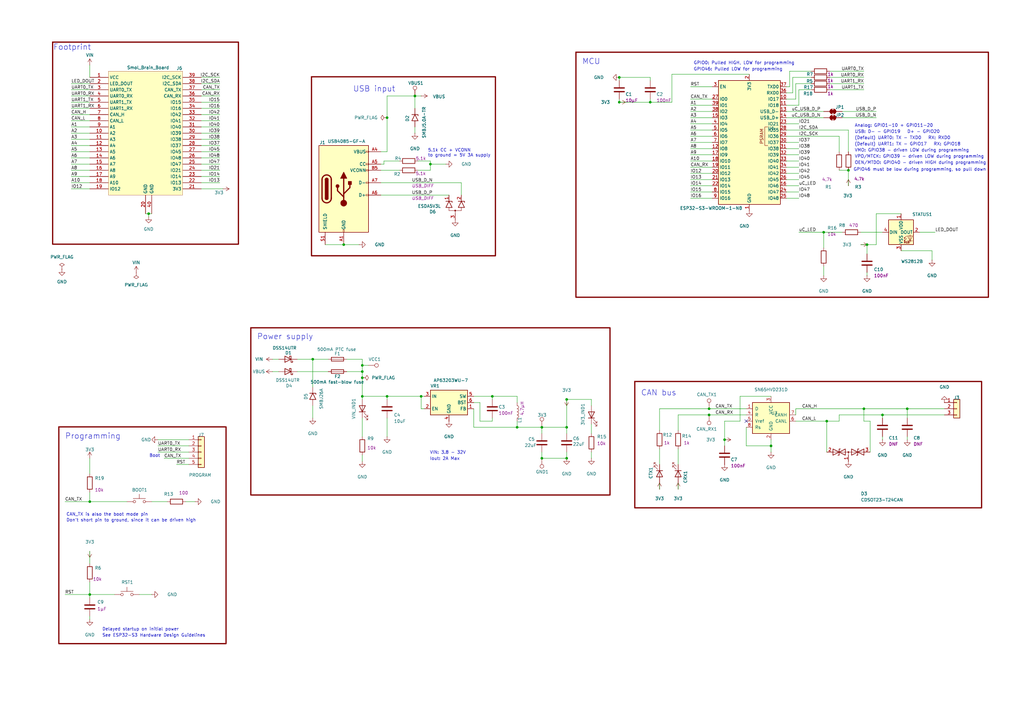
<source format=kicad_sch>
(kicad_sch (version 20250114) (generator "eeschema") (generator_version "9.0")
  (paper "A3")
  (title_block (title "Smol Brain Board") (date "2025-12-23") (rev "1.1") (company "QUT Robotics Club"))
  (rectangle (start 21.59 17.272) (end 97.79 100.1522) (stroke (width 0.508) (color 128 0 0 1)))
  (rectangle (start 236.22 21.4122) (end 405.384 121.92) (stroke (width 0.508) (color 128 0 0 1)))
  (rectangle (start 92.71 175.0822) (end 24.13 263.9822) (stroke (width 0.508) (color 128 0 0 1)))
  (rectangle (start 102.87 134.4422) (end 250.19 203.0222) (stroke (width 0.508) (color 128 0 0 1)))
  (rectangle (start 260.35 156.464) (end 402.59 208.28) (stroke (width 0.508) (color 128 0 0 1)))
  (rectangle (start 127.762 31.496) (end 203.2 104.902) (stroke (width 0.508) (color 128 0 0 1)))
  (text "USB: D- - GPIO19   D+ - GPIO20" (at 350.52 54.864 0) (effects (font (size 1.27 1.27)) (justify left bottom)))
  (text "Don't short pin to ground, since it can be driven high" (at 27.178 214.1982 0) (effects (font (size 1.27 1.27)) (justify left bottom)))
  (text "GPIO46: Pulled LOW for programming" (at 284.48 29.21 0) (effects (font (size 1.27 1.27)) (justify left bottom)))
  (text "CAN_TX is also the boot mode pin" (at 27.178 211.836 0) (effects (font (size 1.27 1.27)) (justify left bottom)))
  (text "(Default) UART0: TX - TXD0   RX: RXD0" (at 350.52 57.404 0) (effects (font (size 1.27 1.27)) (justify left bottom)))
  (text "(Default) UART1: TX - GPIO17   RX: GPIO18" (at 350.52 59.944 0) (effects (font (size 1.27 1.27)) (justify left bottom)))
  (text "See ESP32-S3 Hardware Design Guidelines" (at 41.91 261.4422 0) (effects (font (size 1.27 1.27)) (justify left bottom)))
  (text "Analog: GPIO1-10 + GPIO11-20" (at 350.52 52.324 0) (effects (font (size 1.27 1.27)) (justify left bottom)))
  (text "CAN bus" (at 262.89 162.56 0) (effects (font (size 2.286 2.286)) (justify left bottom)))
  (text "OEN/MTDO: GPIO40 - driven HIGH during programming" (at 350.52 67.564 0) (effects (font (size 1.27 1.27)) (justify left bottom)))
  (text "Delayed startup on initial power" (at 41.91 258.9022 0) (effects (font (size 1.27 1.27)) (justify left bottom)))
  (text "Boot" (at 61.214 187.706 0) (effects (font (size 1.27 1.27)) (justify left bottom)))
  (text "MCU" (at 238.76 26.67 0) (effects (font (size 2.286 2.286)) (justify left bottom)))
  (text "VPO/MTCK: GPIO39 - driven LOW during programming" (at 350.52 65.024 0) (effects (font (size 1.27 1.27)) (justify left bottom)))
  (text "GPIO0: Pulled HIGH, LOW for programming" (at 284.48 26.67 0) (effects (font (size 1.27 1.27)) (justify left bottom)))
  (text "Iout: 2A Max" (at 176.276 188.976 0) (effects (font (size 1.27 1.27)) (justify left bottom)))
  (text "VMO: GPIO38 - driven LOW during programming" (at 350.52 62.484 0) (effects (font (size 1.27 1.27)) (justify left bottom)))
  (text "Programming" (at 26.67 180.34 0) (effects (font (size 2.286 2.286)) (justify left bottom)))
  (text "GPIO46 must be low during programming, so pull down" (at 350.012 70.358 0) (effects (font (size 1.27 1.27)) (justify left bottom)))
  (text "Power supply" (at 105.41 139.5222 0) (effects (font (size 2.286 2.286)) (justify left bottom)))
  (text "USB input" (at 144.78 37.9222 0) (effects (font (size 2.286 2.286)) (justify left bottom)))
  (text "5.1k CC + VCONN\nto ground = 5V 3A supply" (at 175.514 64.516 0) (effects (font (size 1.27 1.27)) (justify left bottom)))
  (text "Footprint" (at 21.844 20.828 0) (effects (font (size 2.286 2.286)) (justify left bottom)))
  (text "VIN: 3.8 - 32V" (at 176.276 186.436 0) (effects (font (size 1.27 1.27)) (justify left bottom)))
  (junction (at 212.09 175.26))
  (junction (at 148.59 154.94))
  (junction (at 254 41.91))
  (junction (at 36.83 205.74))
  (junction (at 148.59 152.4))
  (junction (at 158.75 162.56))
  (junction (at 36.83 243.84))
  (junction (at 158.75 48.26))
  (junction (at 60.96 87.63))
  (junction (at 290.83 167.64))
  (junction (at 201.93 162.56))
  (junction (at 254 31.75))
  (junction (at 140.97 100.33))
  (junction (at 372.11 167.64))
  (junction (at 148.59 149.86))
  (junction (at 316.23 182.88))
  (junction (at 232.41 163.83))
  (junction (at 339.09 172.72))
  (junction (at 170.18 39.37))
  (junction (at 222.25 175.26))
  (junction (at 148.59 162.56))
  (junction (at 290.83 170.18))
  (junction (at 355.6 100.33))
  (junction (at 176.53 67.31))
  (junction (at 128.27 147.32))
  (junction (at 337.82 95.25))
  (junction (at 266.7 41.91))
  (junction (at 232.41 175.26))
  (junction (at 347.98 69.85))
  (junction (at 361.95 170.18))
  (junction (at 172.72 162.56))
  (junction (at 297.18 180.34))
  (junction (at 232.41 187.96))
  (junction (at 222.25 187.96))
  (junction (at 354.33 167.64))
  (no_connect (at 306.07 172.72))
  (wire (pts (xy 172.72 162.56) (xy 173.99 162.56)))
  (wire (pts (xy 76.2 205.74) (xy 80.01 205.74)))
  (wire (pts (xy 326.39 40.64) (xy 326.39 34.29)))
  (wire (pts (xy 156.21 69.85) (xy 163.83 69.85)))
  (wire (pts (xy 29.21 49.53) (xy 36.83 49.53)))
  (wire (pts (xy 303.53 162.56) (xy 303.53 172.72)))
  (wire (pts (xy 325.12 31.75) (xy 325.12 38.1)))
  (wire (pts (xy 64.77 182.88) (xy 77.47 182.88)))
  (wire (pts (xy 283.21 81.28) (xy 292.1 81.28)))
  (wire (pts (xy 266.7 33.02) (xy 266.7 31.75)))
  (wire (pts (xy 212.09 162.56) (xy 212.09 165.1)))
  (wire (pts (xy 359.41 45.72) (xy 345.44 45.72)))
  (wire (pts (xy 353.06 95.25) (xy 361.95 95.25)))
  (wire (pts (xy 337.82 95.25) (xy 345.44 95.25)))
  (wire (pts (xy 290.83 167.64) (xy 306.07 167.64)))
  (wire (pts (xy 332.74 31.75) (xy 325.12 31.75)))
  (wire (pts (xy 232.41 185.42) (xy 232.41 187.96)))
  (wire (pts (xy 158.75 48.26) (xy 158.75 62.23)))
  (wire (pts (xy 64.77 185.42) (xy 77.47 185.42)))
  (wire (pts (xy 322.58 58.42) (xy 327.66 58.42)))
  (wire (pts (xy 170.18 52.07) (xy 170.18 54.61)))
  (wire (pts (xy 337.82 109.22) (xy 337.82 113.03)))
  (wire (pts (xy 306.07 175.26) (xy 306.07 182.88)))
  (wire (pts (xy 29.21 46.99) (xy 36.83 46.99)))
  (wire (pts (xy 29.21 69.85) (xy 36.83 69.85)))
  (wire (pts (xy 322.58 78.74) (xy 327.66 78.74)))
  (wire (pts (xy 322.58 68.58) (xy 327.66 68.58)))
  (wire (pts (xy 196.85 172.72) (xy 196.85 165.1)))
  (wire (pts (xy 133.35 100.33) (xy 140.97 100.33)))
  (wire (pts (xy 90.17 57.15) (xy 82.55 57.15)))
  (wire (pts (xy 62.23 205.74) (xy 68.58 205.74)))
  (wire (pts (xy 29.21 52.07) (xy 36.83 52.07)))
  (wire (pts (xy 67.31 187.96) (xy 77.47 187.96)))
  (wire (pts (xy 322.58 60.96) (xy 327.66 60.96)))
  (wire (pts (xy 344.17 69.85) (xy 347.98 69.85)))
  (wire (pts (xy 359.41 100.33) (xy 355.6 100.33)))
  (wire (pts (xy 90.17 49.53) (xy 82.55 49.53)))
  (wire (pts (xy 36.83 201.93) (xy 36.83 205.74)))
  (wire (pts (xy 232.41 175.26) (xy 232.41 177.8)))
  (wire (pts (xy 340.36 34.29) (xy 354.33 34.29)))
  (wire (pts (xy 60.96 87.63) (xy 62.23 87.63)))
  (wire (pts (xy 60.96 87.63) (xy 59.69 87.63)))
  (wire (pts (xy 361.95 170.18) (xy 387.35 170.18)))
  (wire (pts (xy 26.67 205.74) (xy 36.83 205.74)))
  (wire (pts (xy 222.25 185.42) (xy 222.25 187.96)))
  (wire (pts (xy 158.75 39.37) (xy 158.75 48.26)))
  (wire (pts (xy 156.21 80.01) (xy 184.15 80.01)))
  (wire (pts (xy 297.18 172.72) (xy 297.18 180.34)))
  (wire (pts (xy 327.66 36.83) (xy 327.66 43.18)))
  (wire (pts (xy 283.21 71.12) (xy 292.1 71.12)))
  (wire (pts (xy 322.58 45.72) (xy 337.82 45.72)))
  (wire (pts (xy 90.17 54.61) (xy 82.55 54.61)))
  (wire (pts (xy 323.85 29.21) (xy 323.85 35.56)))
  (wire (pts (xy 355.6 111.76) (xy 355.6 113.03)))
  (wire (pts (xy 90.17 34.29) (xy 82.55 34.29)))
  (wire (pts (xy 297.18 172.72) (xy 303.53 172.72)))
  (wire (pts (xy 361.95 179.07) (xy 361.95 180.34)))
  (wire (pts (xy 36.83 245.11) (xy 36.83 243.84)))
  (wire (pts (xy 36.83 187.96) (xy 36.83 194.31)))
  (wire (pts (xy 194.31 167.64) (xy 194.31 175.26)))
  (wire (pts (xy 254 33.02) (xy 254 31.75)))
  (wire (pts (xy 327.66 76.2) (xy 322.58 76.2)))
  (wire (pts (xy 322.58 53.34) (xy 347.98 53.34)))
  (wire (pts (xy 196.85 172.72) (xy 201.93 172.72)))
  (wire (pts (xy 148.59 171.45) (xy 148.59 179.07)))
  (wire (pts (xy 322.58 81.28) (xy 327.66 81.28)))
  (wire (pts (xy 36.83 226.06) (xy 36.83 231.14)))
  (wire (pts (xy 242.57 185.42) (xy 242.57 187.96)))
  (wire (pts (xy 278.13 184.15) (xy 278.13 190.5)))
  (wire (pts (xy 222.25 187.96) (xy 232.41 187.96)))
  (wire (pts (xy 283.21 48.26) (xy 292.1 48.26)))
  (wire (pts (xy 128.27 166.37) (xy 128.27 171.45)))
  (wire (pts (xy 340.36 36.83) (xy 354.33 36.83)))
  (wire (pts (xy 275.59 30.48) (xy 307.34 30.48)))
  (wire (pts (xy 36.83 26.67) (xy 36.83 31.75)))
  (wire (pts (xy 344.17 172.72) (xy 344.17 170.18)))
  (wire (pts (xy 326.39 34.29) (xy 332.74 34.29)))
  (wire (pts (xy 158.75 162.56) (xy 172.72 162.56)))
  (wire (pts (xy 29.21 59.69) (xy 36.83 59.69)))
  (wire (pts (xy 290.83 170.18) (xy 306.07 170.18)))
  (wire (pts (xy 306.07 182.88) (xy 316.23 182.88)))
  (wire (pts (xy 142.24 152.4) (xy 148.59 152.4)))
  (wire (pts (xy 337.82 95.25) (xy 327.66 95.25)))
  (wire (pts (xy 322.58 73.66) (xy 327.66 73.66)))
  (wire (pts (xy 128.27 158.75) (xy 128.27 147.32)))
  (wire (pts (xy 292.1 43.18) (xy 283.21 43.18)))
  (wire (pts (xy 323.85 35.56) (xy 322.58 35.56)))
  (wire (pts (xy 326.39 167.64) (xy 354.33 167.64)))
  (wire (pts (xy 355.6 100.33) (xy 355.6 104.14)))
  (wire (pts (xy 90.17 36.83) (xy 82.55 36.83)))
  (wire (pts (xy 254 40.64) (xy 254 41.91)))
  (wire (pts (xy 90.17 41.91) (xy 82.55 41.91)))
  (wire (pts (xy 36.83 238.76) (xy 36.83 243.84)))
  (wire (pts (xy 90.17 69.85) (xy 82.55 69.85)))
  (wire (pts (xy 29.21 54.61) (xy 36.83 54.61)))
  (wire (pts (xy 361.95 171.45) (xy 361.95 170.18)))
  (wire (pts (xy 283.21 58.42) (xy 292.1 58.42)))
  (wire (pts (xy 201.93 162.56) (xy 212.09 162.56)))
  (wire (pts (xy 194.31 162.56) (xy 201.93 162.56)))
  (wire (pts (xy 283.21 78.74) (xy 292.1 78.74)))
  (wire (pts (xy 242.57 173.99) (xy 242.57 177.8)))
  (wire (pts (xy 156.21 62.23) (xy 158.75 62.23)))
  (wire (pts (xy 90.17 31.75) (xy 82.55 31.75)))
  (wire (pts (xy 222.25 177.8) (xy 222.25 175.26)))
  (wire (pts (xy 283.21 68.58) (xy 292.1 68.58)))
  (wire (pts (xy 90.17 59.69) (xy 82.55 59.69)))
  (wire (pts (xy 36.83 205.74) (xy 52.07 205.74)))
  (wire (pts (xy 340.36 31.75) (xy 354.33 31.75)))
  (wire (pts (xy 148.59 149.86) (xy 151.13 149.86)))
  (wire (pts (xy 36.83 252.73) (xy 36.83 254)))
  (wire (pts (xy 171.45 66.04) (xy 176.53 66.04)))
  (wire (pts (xy 326.39 172.72) (xy 339.09 172.72)))
  (wire (pts (xy 148.59 147.32) (xy 148.59 149.86)))
  (wire (pts (xy 356.87 185.42) (xy 356.87 172.72)))
  (wire (pts (xy 170.18 39.37) (xy 170.18 44.45)))
  (wire (pts (xy 270.51 198.12) (xy 270.51 200.66)))
  (wire (pts (xy 148.59 149.86) (xy 148.59 152.4)))
  (wire (pts (xy 292.1 40.64) (xy 283.21 40.64)))
  (wire (pts (xy 340.36 29.21) (xy 354.33 29.21)))
  (wire (pts (xy 359.41 48.26) (xy 345.44 48.26)))
  (wire (pts (xy 316.23 185.42) (xy 316.23 182.88)))
  (wire (pts (xy 121.92 152.4) (xy 134.62 152.4)))
  (wire (pts (xy 382.27 102.87) (xy 382.27 106.68)))
  (wire (pts (xy 283.21 45.72) (xy 292.1 45.72)))
  (wire (pts (xy 142.24 147.32) (xy 148.59 147.32)))
  (wire (pts (xy 90.17 74.93) (xy 82.55 74.93)))
  (wire (pts (xy 171.45 69.85) (xy 176.53 69.85)))
  (wire (pts (xy 172.72 167.64) (xy 173.99 167.64)))
  (wire (pts (xy 29.21 67.31) (xy 36.83 67.31)))
  (wire (pts (xy 29.21 57.15) (xy 36.83 57.15)))
  (wire (pts (xy 172.72 162.56) (xy 172.72 167.64)))
  (wire (pts (xy 156.21 74.93) (xy 189.23 74.93)))
  (wire (pts (xy 29.21 34.29) (xy 36.83 34.29)))
  (wire (pts (xy 111.76 147.32) (xy 114.3 147.32)))
  (wire (pts (xy 148.59 152.4) (xy 148.59 154.94)))
  (wire (pts (xy 232.41 163.83) (xy 232.41 175.26)))
  (wire (pts (xy 322.58 66.04) (xy 327.66 66.04)))
  (wire (pts (xy 337.82 95.25) (xy 337.82 101.6)))
  (wire (pts (xy 36.83 243.84) (xy 46.99 243.84)))
  (wire (pts (xy 377.19 95.25) (xy 383.54 95.25)))
  (wire (pts (xy 212.09 175.26) (xy 222.25 175.26)))
  (wire (pts (xy 283.21 50.8) (xy 292.1 50.8)))
  (wire (pts (xy 201.93 172.72) (xy 201.93 171.45)))
  (wire (pts (xy 90.17 62.23) (xy 82.55 62.23)))
  (wire (pts (xy 170.18 39.37) (xy 172.72 39.37)))
  (wire (pts (xy 29.21 44.45) (xy 36.83 44.45)))
  (wire (pts (xy 157.48 67.31) (xy 156.21 67.31)))
  (wire (pts (xy 157.48 66.04) (xy 157.48 67.31)))
  (wire (pts (xy 90.17 52.07) (xy 82.55 52.07)))
  (wire (pts (xy 292.1 60.96) (xy 283.21 60.96)))
  (wire (pts (xy 316.23 182.88) (xy 316.23 180.34)))
  (wire (pts (xy 82.55 77.47) (xy 91.44 77.47)))
  (wire (pts (xy 278.13 170.18) (xy 290.83 170.18)))
  (wire (pts (xy 316.23 162.56) (xy 303.53 162.56)))
  (wire (pts (xy 29.21 77.47) (xy 36.83 77.47)))
  (wire (pts (xy 60.96 88.9) (xy 60.96 87.63)))
  (wire (pts (xy 322.58 50.8) (xy 327.66 50.8)))
  (wire (pts (xy 347.98 69.85) (xy 347.98 76.2)))
  (wire (pts (xy 90.17 44.45) (xy 82.55 44.45)))
  (wire (pts (xy 148.59 162.56) (xy 158.75 162.56)))
  (wire (pts (xy 194.31 175.26) (xy 212.09 175.26)))
  (wire (pts (xy 29.21 41.91) (xy 36.83 41.91)))
  (wire (pts (xy 344.17 55.88) (xy 344.17 62.23)))
  (wire (pts (xy 189.23 74.93) (xy 189.23 80.01)))
  (wire (pts (xy 283.21 66.04) (xy 292.1 66.04)))
  (wire (pts (xy 356.87 172.72) (xy 354.33 172.72)))
  (wire (pts (xy 29.21 62.23) (xy 36.83 62.23)))
  (wire (pts (xy 283.21 63.5) (xy 292.1 63.5)))
  (wire (pts (xy 327.66 43.18) (xy 322.58 43.18)))
  (wire (pts (xy 354.33 167.64) (xy 372.11 167.64)))
  (wire (pts (xy 232.41 163.83) (xy 242.57 163.83)))
  (wire (pts (xy 29.21 64.77) (xy 36.83 64.77)))
  (wire (pts (xy 242.57 163.83) (xy 242.57 166.37)))
  (wire (pts (xy 90.17 67.31) (xy 82.55 67.31)))
  (wire (pts (xy 212.09 172.72) (xy 212.09 175.26)))
  (wire (pts (xy 57.15 243.84) (xy 62.23 243.84)))
  (wire (pts (xy 90.17 39.37) (xy 82.55 39.37)))
  (wire (pts (xy 254 41.91) (xy 266.7 41.91)))
  (wire (pts (xy 163.83 66.04) (xy 157.48 66.04)))
  (wire (pts (xy 322.58 71.12) (xy 327.66 71.12)))
  (wire (pts (xy 297.18 180.34) (xy 297.18 182.88)))
  (wire (pts (xy 266.7 41.91) (xy 275.59 41.91)))
  (wire (pts (xy 254 31.75) (xy 266.7 31.75)))
  (wire (pts (xy 278.13 170.18) (xy 278.13 176.53)))
  (wire (pts (xy 90.17 72.39) (xy 82.55 72.39)))
  (wire (pts (xy 196.85 165.1) (xy 194.31 165.1)))
  (wire (pts (xy 121.92 147.32) (xy 128.27 147.32)))
  (wire (pts (xy 354.33 172.72) (xy 354.33 167.64)))
  (wire (pts (xy 326.39 40.64) (xy 322.58 40.64)))
  (wire (pts (xy 29.21 74.93) (xy 36.83 74.93)))
  (wire (pts (xy 372.11 167.64) (xy 387.35 167.64)))
  (wire (pts (xy 372.11 167.64) (xy 372.11 171.45)))
  (wire (pts (xy 283.21 53.34) (xy 292.1 53.34)))
  (wire (pts (xy 292.1 76.2) (xy 283.21 76.2)))
  (wire (pts (xy 148.59 186.69) (xy 148.59 189.23)))
  (wire (pts (xy 322.58 55.88) (xy 344.17 55.88)))
  (wire (pts (xy 201.93 163.83) (xy 201.93 162.56)))
  (wire (pts (xy 347.98 53.34) (xy 347.98 62.23)))
  (wire (pts (xy 158.75 162.56) (xy 158.75 163.83)))
  (wire (pts (xy 275.59 41.91) (xy 275.59 30.48)))
  (wire (pts (xy 283.21 35.56) (xy 292.1 35.56)))
  (wire (pts (xy 148.59 162.56) (xy 148.59 163.83)))
  (wire (pts (xy 222.25 175.26) (xy 232.41 175.26)))
  (wire (pts (xy 77.47 190.5) (xy 72.39 190.5)))
  (wire (pts (xy 326.39 170.18) (xy 326.39 167.64)))
  (wire (pts (xy 323.85 29.21) (xy 332.74 29.21)))
  (wire (pts (xy 369.57 87.63) (xy 359.41 87.63)))
  (wire (pts (xy 29.21 39.37) (xy 36.83 39.37)))
  (wire (pts (xy 322.58 63.5) (xy 327.66 63.5)))
  (wire (pts (xy 90.17 64.77) (xy 82.55 64.77)))
  (wire (pts (xy 372.11 179.07) (xy 372.11 180.34)))
  (wire (pts (xy 266.7 40.64) (xy 266.7 41.91)))
  (wire (pts (xy 90.17 46.99) (xy 82.55 46.99)))
  (wire (pts (xy 292.1 73.66) (xy 283.21 73.66)))
  (wire (pts (xy 158.75 39.37) (xy 170.18 39.37)))
  (wire (pts (xy 176.53 67.31) (xy 176.53 69.85)))
  (wire (pts (xy 361.95 170.18) (xy 344.17 170.18)))
  (wire (pts (xy 140.97 100.33) (xy 147.32 100.33)))
  (wire (pts (xy 29.21 72.39) (xy 36.83 72.39)))
  (wire (pts (xy 111.76 152.4) (xy 114.3 152.4)))
  (wire (pts (xy 270.51 167.64) (xy 270.51 176.53)))
  (wire (pts (xy 359.41 87.63) (xy 359.41 100.33)))
  (wire (pts (xy 278.13 198.12) (xy 278.13 200.66)))
  (wire (pts (xy 36.83 243.84) (xy 26.67 243.84)))
  (wire (pts (xy 339.09 172.72) (xy 339.09 185.42)))
  (wire (pts (xy 270.51 167.64) (xy 290.83 167.64)))
  (wire (pts (xy 176.53 66.04) (xy 176.53 67.31)))
  (wire (pts (xy 283.21 55.88) (xy 292.1 55.88)))
  (wire (pts (xy 148.59 154.94) (xy 148.59 162.56)))
  (wire (pts (xy 339.09 172.72) (xy 344.17 172.72)))
  (wire (pts (xy 369.57 102.87) (xy 382.27 102.87)))
  (wire (pts (xy 325.12 38.1) (xy 322.58 38.1)))
  (wire (pts (xy 176.53 67.31) (xy 182.88 67.31)))
  (wire (pts (xy 353.06 100.33) (xy 355.6 100.33)))
  (wire (pts (xy 128.27 147.32) (xy 134.62 147.32)))
  (wire (pts (xy 332.74 36.83) (xy 327.66 36.83)))
  (wire (pts (xy 270.51 184.15) (xy 270.51 190.5)))
  (wire (pts (xy 322.58 48.26) (xy 337.82 48.26)))
  (wire (pts (xy 64.77 180.34) (xy 77.47 180.34)))
  (wire (pts (xy 158.75 171.45) (xy 158.75 179.07)))
  (wire (pts (xy 29.21 36.83) (xy 36.83 36.83)))
  (label "IO42" (at 90.17 46.99 180))
  (label "A7" (at 29.21 67.31 0))
  (label "LED_DOUT" (at 29.21 34.29 0))
  (label "USB_D_N" (at 359.41 48.26 180) (property "Netclass" "USB_DIFF" (effects (hide yes))))
  (label "CAN_TX" (at 90.17 36.83 180))
  (label "IO13" (at 90.17 74.93 180))
  (label "CAN_RX" (at 90.17 39.37 180))
  (label "IO16" (at 283.21 81.28 0))
  (label "IO45" (at 327.66 73.66 0))
  (label "IO37" (at 327.66 58.42 0))
  (label "RST" (at 72.39 190.5 0))
  (label "CAN_TX" (at 67.31 187.96 0))
  (label "CAN_RX" (at 283.21 68.58 0))
  (label "A2" (at 29.21 54.61 0))
  (label "A3" (at 29.21 57.15 0))
  (label "RST" (at 283.21 35.56 0))
  (label "uC_USB_D_P" (at 336.55 45.72 180) (property "Netclass" "USB_DIFF" (effects (hide yes))))
  (label "IO40" (at 90.17 52.07 180))
  (label "IO47" (at 90.17 67.31 180))
  (label "IO37" (at 90.17 59.69 180))
  (label "A10" (at 283.21 66.04 0))
  (label "IO14" (at 90.17 72.39 180))
  (label "A5" (at 283.21 53.34 0))
  (label "CAN_L" (at 328.93 172.72 0))
  (label "IO38" (at 327.66 60.96 0))
  (label "A1" (at 283.21 43.18 0))
  (label "uC_LED" (at 327.66 95.25 0))
  (label "I2C_SCK" (at 327.66 55.88 0))
  (label "A6" (at 29.21 64.77 0))
  (label "USB_D_N" (at 168.91 74.93 0) (property "Netclass" "USB_DIFF" (at 168.91 76.2 0) (effects (font (italic yes)) (justify left))))
  (label "A4" (at 29.21 59.69 0))
  (label "LED_DOUT" (at 383.54 95.25 0))
  (label "IO40" (at 327.66 66.04 0))
  (label "A7" (at 283.21 58.42 0))
  (label "I2C_SCK" (at 90.17 31.75 180))
  (label "I2C_SDA" (at 90.17 34.29 180))
  (label "A9" (at 283.21 63.5 0))
  (label "IO13" (at 283.21 73.66 0))
  (label "IO15" (at 283.21 78.74 0))
  (label "USB_D_P" (at 359.41 45.72 180) (property "Netclass" "USB_DIFF" (effects (hide yes))))
  (label "RST" (at 26.67 243.84 0))
  (label "UART1_TX" (at 354.33 36.83 180))
  (label "CAN_L" (at 29.21 49.53 0))
  (label "IO38" (at 90.17 57.15 180))
  (label "A5" (at 29.21 62.23 0))
  (label "UART1_RX" (at 354.33 34.29 180))
  (label "A3" (at 283.21 48.26 0))
  (label "A2" (at 283.21 45.72 0))
  (label "uC_USB_D_N" (at 336.55 48.26 180) (property "Netclass" "USB_DIFF" (effects (hide yes))))
  (label "CAN_H" (at 29.21 46.99 0))
  (label "UART1_RX" (at 29.21 44.45 0))
  (label "IO12" (at 283.21 71.12 0))
  (label "A6" (at 283.21 55.88 0))
  (label "IO41" (at 327.66 68.58 0))
  (label "CAN_TX" (at 293.37 167.64 0))
  (label "IO21" (at 90.17 69.85 180))
  (label "A4" (at 283.21 50.8 0))
  (label "A9" (at 29.21 72.39 0))
  (label "IO48" (at 327.66 81.28 0))
  (label "IO16" (at 90.17 44.45 180))
  (label "UART0_RX" (at 29.21 39.37 0))
  (label "CAN_RX" (at 293.37 170.18 0))
  (label "UART1_TX" (at 29.21 41.91 0))
  (label "UART0_TX" (at 354.33 29.21 180))
  (label "CAN_H" (at 328.93 167.64 0))
  (label "uC_LED" (at 327.66 76.2 0))
  (label "A8" (at 29.21 69.85 0))
  (label "IO39" (at 327.66 63.5 0))
  (label "UART0_TX" (at 64.77 182.88 0))
  (label "CAN_TX" (at 283.21 40.64 0))
  (label "IO47" (at 327.66 78.74 0))
  (label "UART0_RX" (at 64.77 185.42 0))
  (label "IO12" (at 29.21 77.47 0))
  (label "IO41" (at 90.17 49.53 180))
  (label "IO39" (at 90.17 54.61 180))
  (label "IO21" (at 327.66 50.8 0))
  (label "UART0_RX" (at 354.33 31.75 180))
  (label "I2C_SDA" (at 327.66 53.34 0))
  (label "IO14" (at 283.21 76.2 0))
  (label "IO42" (at 327.66 71.12 0))
  (label "A8" (at 283.21 60.96 0))
  (label "IO48" (at 90.17 64.77 180))
  (label "USB_D_P" (at 168.91 80.01 0) (property "Netclass" "USB_DIFF" (at 168.91 81.28 0) (effects (font (italic yes)) (justify left))))
  (label "IO15" (at 90.17 41.91 180))
  (label "A1" (at 29.21 52.07 0))
  (label "IO45" (at 90.17 62.23 180))
  (label "A10" (at 29.21 74.93 0))
  (label "CAN_TX" (at 26.67 205.74 0))
  (label "UART0_TX" (at 29.21 36.83 0))
  (symbol (lib_id "power:GND") (at 62.23 243.84 90) (unit 1)
    (property "Reference" "#PWR016" (effects (hide yes)))
    (property "Value" "GND" (at 68.58 243.84 90) (effects (justify right)))
    (property "Description" "Power symbol creates a global label with name \"GND\" , ground" (effects (hide yes)))
  )
  (symbol (lib_id "Device:C") (at 158.75 167.64 0) (unit 1)
    (property "Reference" "C4" (at 161.544 170.942 0) (effects (justify left bottom)))
    (property "Value" "10uF" (at 161.544 173.482 0) (effects (justify left bottom)))
    (property "Footprint" "Capacitor_SMD:C_0603_1608Metric" (effects (hide yes)))
    (property "Description" "Unpolarized capacitor" (effects (hide yes)))
    (property "PACKAGING" "Tape and Reel" (effects (hide yes)))
    (property "TOLERANCE" "20%" (effects (hide yes)))
    (property "MIN OPERATING TEMPERATURE" "-55°C" (effects (hide yes)))
    (property "MAX OPERATING TEMPERATURE" "85°C" (effects (hide yes)))
    (property "VOLTAGE RATING" "35V" (effects (hide yes)))
    (property "MOUNT" "Surface Mount" (effects (hide yes)))
    (property "CASE/PACKAGE" "0603" (effects (hide yes)))
    (property "CAPACITANCE" "10uF" (effects (hide yes)))
  )
  (symbol (lib_id "power:VCC") (at 55.88 111.76 0) (unit 1)
    (property "Reference" "#PWR021" (effects (hide yes)))
    (property "Value" "VIN" (at 55.88 107.696 0))
    (property "Description" "Power symbol creates a global label with name \"VCC\"" (effects (hide yes)))
  )
  (symbol (lib_id "Device:L") (at 212.09 168.91 0) (unit 1)
    (property "Reference" "L1" (at 213.868 173.482 90) (effects (justify left bottom)))
    (property "Value" "HPC4018NF-4R7M" (effects (hide yes)))
    (property "Footprint" "Inductor_SMD:L_Taiyo-Yuden_MD-4040" (effects (hide yes)))
    (property "Description" "Inductor" (effects (hide yes)))
    (property "TOLERANCE" "20%" (effects (hide yes)))
    (property "CASE/PACKAGE" "1616" (effects (hide yes)))
    (property "MIN OPERATING TEMPERATURE" "-40°C" (effects (hide yes)))
    (property "PINS" "2" (effects (hide yes)))
    (property "MAX OPERATING TEMPERATURE" "125°C" (effects (hide yes)))
    (property "ALTIUM_VALUE" "4.7µH" (at 214.884 170.434 90) (effects (justify left bottom)))
    (property "CURRENT RATING" "2A" (effects (hide yes)))
    (property "MAX CURRENT RATING" "2A" (effects (hide yes)))
  )
  (symbol (lib_id "power:PWR_FLAG") (at 55.88 111.76 180) (unit 1)
    (property "Reference" "#FLG04" (effects (hide yes)))
    (property "Value" "PWR_FLAG" (at 55.88 116.84 0))
    (property "Description" "Special symbol for telling ERC where power comes from" (effects (hide yes)))
  )
  (symbol (lib_id "power:GND") (at 25.4 110.49 0) (unit 1)
    (property "Reference" "#PWR06" (effects (hide yes)))
    (property "Value" "GND" (at 25.4 115.57 0))
    (property "Description" "Power symbol creates a global label with name \"GND\" , ground" (effects (hide yes)))
  )
  (symbol (lib_id "Device:LED") (at 148.59 167.64 90) (unit 1)
    (property "Reference" "VIN_IND1" (at 145.796 171.958 0) (effects (justify left bottom)))
    (property "Value" "LTST-C190KRKT" (effects (hide yes)))
    (property "Footprint" "LED_SMD:LED_0603_1608Metric" (effects (hide yes)))
    (property "Description" "Light emitting diode" (effects (hide yes)))
    (property "MANUFACTURER URL" "http://www.us.liteon.com/" (effects (hide yes)))
    (property "CASE/PACKAGE" "0603" (effects (hide yes)))
    (property "POWER" "75mW" (effects (hide yes)))
    (property "DATASHEET VERSION" "Rev. F, 05/2013" (effects (hide yes)))
    (property "PACKAGE REFERENCE" "C191KRKT" (effects (hide yes)))
    (property "MANUFACTURER" "Lite-On" (effects (hide yes)))
    (property "DATASHEET URL" "http://optoelectronics.liteon.com/upload/download/DS-22-99-0151/S_110_LTST-C190KRKT.pdf" (effects (hide yes)))
    (property "FORWARD VOLTAGE" "2V" (effects (hide yes)))
    (property "PACKAGE DESCRIPTION" "2-Pin Surface Mount Device, Body 1.6 x 0.8 mm" (effects (hide yes)))
    (property "NOMINAL VF" "2V" (effects (hide yes)))
    (property "PACKAGING" "TapeandReel" (effects (hide yes)))
    (property "ROHS COMPLIANT" "True" (effects (hide yes)))
    (property "PINS" "2" (effects (hide yes)))
    (property "ILLUMINATION COLOUR" "Red" (effects (hide yes)))
    (property "LUMINOUS INTENSITY" "54mcd" (effects (hide yes)))
    (property "COLOUR" "Red" (effects (hide yes)))
    (property "MOUNTING TECHNOLOGY" "SM" (effects (hide yes)))
    (property "LENS STYLE" "Diffused" (effects (hide yes)))
    (property "PACKAGE QUANTITY" "3000" (effects (hide yes)))
    (property "VIEWING ANGLE" "130degrees" (effects (hide yes)))
    (property "MIN OPERATING TEMPERATURE" "-55°C" (effects (hide yes)))
    (property "MAX OPERATING TEMPERATURE" "85°C" (effects (hide yes)))
    (property "FORWARD CURRENT" "20mA" (effects (hide yes)))
    (property "Sim.Pins" "1=K 2=A" (effects (hide yes)))
  )
  (symbol (lib_id "power:GND") (at 387.35 165.1 180) (unit 1)
    (property "Reference" "#PWR049" (effects (hide yes)))
    (property "Value" "GND" (at 387.35 158.75 0))
    (property "Description" "Power symbol creates a global label with name \"GND\" , ground" (effects (hide yes)))
  )
  (symbol (lib_id "Device:R") (at 36.83 198.12 0) (unit 1)
    (property "Reference" "R19" (at 38.862 196.85 0) (effects (justify left bottom)))
    (property "Value" "Resistor 10k 0603" (effects (hide yes)))
    (property "Footprint" "Resistor_SMD:R_0201_0603Metric" (effects (hide yes)))
    (property "Description" "Resistor" (effects (hide yes)))
    (property "POWER" "100mW" (effects (hide yes)))
    (property "PACKAGE LENGTH" "1.55mm" (effects (hide yes)))
    (property "TECHNOLOGY" "METAL GLAZE/THICK FILM" (effects (hide yes)))
    (property "PACKAGE WIDTH" "0.8mm" (effects (hide yes)))
    (property "CASE/PACKAGE" "0603" (effects (hide yes)))
    (property "WORKING VOLTAGE" "75V" (effects (hide yes)))
    (property "PINS" "2" (effects (hide yes)))
    (property "REACH SVHC COMPLIANT" "Yes" (effects (hide yes)))
    (property "JESD-609 CODE" "e3" (effects (hide yes)))
    (property "PACKAGE STYLE" "SMTMeter" (effects (hide yes)))
    (property "REFERENCE STANDARD" "AEC-Q200" (effects (hide yes)))
    (property "TOLERANCE" "1%" (effects (hide yes)))
    (property "CONSTRUCTION" "Rectangular" (effects (hide yes)))
    (property "MAX OPERATING TEMPERATURE" "155°C" (effects (hide yes)))
    (property "TEMPERATURE COEFFICIENT" "100ppm/°C" (effects (hide yes)))
    (property "ALTIUM_VALUE" "10k" (at 38.862 201.676 0) (effects (justify left bottom)))
    (property "PACKAGING" "Tape and Reel" (effects (hide yes)))
    (property "MIN OPERATING TEMPERATURE" "-55°C" (effects (hide yes)))
    (property "MOUNTING TECHNOLOGY" "Surface Mount" (effects (hide yes)))
    (property "RESISTOR TYPE" "FIXED RESISTOR" (effects (hide yes)))
    (property "TERMINAL FINISH" "Nickel" (effects (hide yes)))
    (property "PACKAGE HEIGHT" "0.45mm" (effects (hide yes)))
    (property "PACKAGE SHAPE" "Rectangular" (effects (hide yes)))
    (property "TERMINATION" "Wraparound" (effects (hide yes)))
    (property "ROHS COMPLIANT" "Yes" (effects (hide yes)))
    (property "RATED TEMPERATURE" "70°C" (effects (hide yes)))
  )
  (symbol (lib_id "Device:R") (at 72.39 205.74 90) (unit 1)
    (property "Reference" "R13" (at 71.12 201.93 90) (effects (justify left bottom)))
    (property "Value" "Resistor 100R 0603" (effects (hide yes)))
    (property "Footprint" "Resistor_SMD:R_0201_0603Metric" (effects (hide yes)))
    (property "Description" "Resistor" (effects (hide yes)))
    (property "CASE/PACKAGE" "0603" (effects (hide yes)))
    (property "CONSTRUCTION" "Rectangular" (effects (hide yes)))
    (property "TEMPERATURE COEFFICIENT" "100ppm/°C" (effects (hide yes)))
    (property "MAX OPERATING TEMPERATURE" "155°C" (effects (hide yes)))
    (property "TERMINAL FINISH" "Nickel" (effects (hide yes)))
    (property "MIN OPERATING TEMPERATURE" "-55°C" (effects (hide yes)))
    (property "WORKING VOLTAGE" "75V" (effects (hide yes)))
    (property "POWER" "100mW" (effects (hide yes)))
    (property "RESISTOR TYPE" "FIXED RESISTOR" (effects (hide yes)))
    (property "PACKAGE WIDTH" "0.8mm" (effects (hide yes)))
    (property "PACKAGING" "Tape and Reel" (effects (hide yes)))
    (property "RATED TEMPERATURE" "70°C" (effects (hide yes)))
    (property "PINS" "2" (effects (hide yes)))
    (property "MOUNTING TECHNOLOGY" "Surface Mount" (effects (hide yes)))
    (property "REACH SVHC COMPLIANT" "Yes" (effects (hide yes)))
    (property "TERMINATION" "Wraparound" (effects (hide yes)))
    (property "PACKAGE STYLE" "SMTMeter" (effects (hide yes)))
    (property "PACKAGE LENGTH" "1.55mm" (effects (hide yes)))
    (property "TECHNOLOGY" "METAL GLAZE/THICK FILM" (effects (hide yes)))
    (property "ROHS COMPLIANT" "Yes" (effects (hide yes)))
    (property "JESD-609 CODE" "e3" (effects (hide yes)))
    (property "PACKAGE SHAPE" "Rectangular" (effects (hide yes)))
    (property "ALTIUM_VALUE" "100" (at 77.216 201.422 90) (effects (justify left bottom)))
    (property "TOLERANCE" "1%" (effects (hide yes)))
    (property "PACKAGE HEIGHT" "0.45mm" (effects (hide yes)))
    (property "REFERENCE STANDARD" "AEC-Q200" (effects (hide yes)))
  )
  (symbol (lib_id "power:GND") (at 170.18 54.61 0) (unit 1)
    (property "Reference" "#PWR03" (effects (hide yes)))
    (property "Value" "GND" (at 170.18 60.96 0))
    (property "Description" "Power symbol creates a global label with name \"GND\" , ground" (effects (hide yes)))
  )
  (symbol (lib_id "Device:R") (at 344.17 66.04 180) (unit 1)
    (property "Reference" "R1" (at 341.122 75.946 0) (effects (justify left bottom)))
    (property "Value" "Resistor 4.7k 0603" (effects (hide yes)))
    (property "Footprint" "Resistor_SMD:R_0201_0603Metric" (effects (hide yes)))
    (property "Description" "Resistor" (effects (hide yes)))
    (property "REACH SVHC COMPLIANT" "Yes" (effects (hide yes)))
    (property "MOUNTING TECHNOLOGY" "Surface Mount" (effects (hide yes)))
    (property "JESD-609 CODE" "e3" (effects (hide yes)))
    (property "MAX OPERATING TEMPERATURE" "155°C" (effects (hide yes)))
    (property "ALTIUM_VALUE" "4.7k" (at 341.376 72.898 0) (effects (justify left bottom)))
    (property "PACKAGE LENGTH" "1.55mm" (effects (hide yes)))
    (property "PACKAGE WIDTH" "0.8mm" (effects (hide yes)))
    (property "PACKAGE STYLE" "SMTMeter" (effects (hide yes)))
    (property "WORKING VOLTAGE" "75V" (effects (hide yes)))
    (property "TERMINATION" "Wraparound" (effects (hide yes)))
    (property "PACKAGING" "Tape and Reel" (effects (hide yes)))
    (property "RATED TEMPERATURE" "70°C" (effects (hide yes)))
    (property "CONSTRUCTION" "Rectangular" (effects (hide yes)))
    (property "TECHNOLOGY" "METAL GLAZE/THICK FILM" (effects (hide yes)))
    (property "TEMPERATURE COEFFICIENT" "100ppm/°C" (effects (hide yes)))
    (property "TOLERANCE" "1%" (effects (hide yes)))
    (property "RESISTOR TYPE" "FIXED RESISTOR" (effects (hide yes)))
    (property "PACKAGE SHAPE" "Rectangular" (effects (hide yes)))
    (property "PACKAGE HEIGHT" "0.45mm" (effects (hide yes)))
    (property "CASE/PACKAGE" "0603" (effects (hide yes)))
    (property "POWER" "100mW" (effects (hide yes)))
    (property "REFERENCE STANDARD" "AEC-Q200" (effects (hide yes)))
    (property "MIN OPERATING TEMPERATURE" "-55°C" (effects (hide yes)))
    (property "ROHS COMPLIANT" "Yes" (effects (hide yes)))
    (property "PINS" "2" (effects (hide yes)))
    (property "TERMINAL FINISH" "Nickel" (effects (hide yes)))
  )
  (symbol (lib_id "Connector_Generic:Conn_01x05") (at 82.55 185.42 0) (unit 1)
    (property "Reference" "J7" (at 81.28 179.07 0) (effects (justify left bottom)))
    (property "Value" "PROGRAM" (at 77.47 195.58 0) (effects (justify left bottom)))
    (property "Footprint" "Connector_PinHeader_2.54mm:PinHeader_1x05_P2.54mm_Vertical" (effects (hide yes)))
    (property "Description" "Generic connector, single row, 01x05, script generated (kicad-library-utils/schlib/autogen/connector/)" (effects (hide yes)))
    (property "ALTIUM_VALUE" "Conn_01x05" (effects (hide yes)))
    (property "KI_KEYWORDS" "connector" (effects (hide yes)))
    (property "SOURCE" "Connector_Generic.SchLib" (effects (hide yes)))
    (property "DESIGN ITEM ID" "Conn_01x05" (effects (hide yes)))
    (property "KI_DESCRIPTION" "Generic connector, single row, 01x05, script generated (kicad-library-utils/schlib/autogen/connector/)" (effects (hide yes)))
    (property "KI_FP_FILTERS" "Connector*:*_1x??_*" (effects (hide yes)))
  )
  (symbol (lib_id "power:PWR_FLAG") (at 158.75 48.26 90) (unit 1)
    (property "Reference" "#FLG02" (effects (hide yes)))
    (property "Value" "PWR_FLAG" (at 154.94 48.2599 90) (effects (justify left)))
    (property "Description" "Special symbol for telling ERC where power comes from" (effects (hide yes)))
  )
  (symbol (lib_id "Device:R") (at 336.55 34.29 90) (unit 1)
    (property "Reference" "R17" (at 333.502 35.052 90) (effects (justify left bottom)))
    (property "Value" "Resistor 1k 0603" (effects (hide yes)))
    (property "Footprint" "Resistor_SMD:R_0201_0603Metric" (effects (hide yes)))
    (property "Description" "Resistor" (effects (hide yes)))
    (property "PINS" "2" (effects (hide yes)))
    (property "MOUNTING TECHNOLOGY" "Surface Mount" (effects (hide yes)))
    (property "RESISTOR TYPE" "FIXED RESISTOR" (effects (hide yes)))
    (property "MAX OPERATING TEMPERATURE" "155°C" (effects (hide yes)))
    (property "JESD-609 CODE" "e3" (effects (hide yes)))
    (property "PACKAGE HEIGHT" "0.45mm" (effects (hide yes)))
    (property "MIN OPERATING TEMPERATURE" "-55°C" (effects (hide yes)))
    (property "TOLERANCE" "1%" (effects (hide yes)))
    (property "PACKAGE STYLE" "SMTMeter" (effects (hide yes)))
    (property "CONSTRUCTION" "Rectangular" (effects (hide yes)))
    (property "WORKING VOLTAGE" "75V" (effects (hide yes)))
    (property "TERMINAL FINISH" "Nickel" (effects (hide yes)))
    (property "PACKAGE SHAPE" "Rectangular" (effects (hide yes)))
    (property "TERMINATION" "Wraparound" (effects (hide yes)))
    (property "TECHNOLOGY" "METAL GLAZE/THICK FILM" (effects (hide yes)))
    (property "TEMPERATURE COEFFICIENT" "100ppm/°C" (effects (hide yes)))
    (property "ALTIUM_VALUE" "1k" (at 341.884 34.798 90) (effects (justify left bottom)))
    (property "CASE/PACKAGE" "0603" (effects (hide yes)))
    (property "POWER" "100mW" (effects (hide yes)))
    (property "PACKAGE LENGTH" "1.55mm" (effects (hide yes)))
    (property "RATED TEMPERATURE" "70°C" (effects (hide yes)))
    (property "PACKAGING" "Tape and Reel" (effects (hide yes)))
    (property "ROHS COMPLIANT" "Yes" (effects (hide yes)))
    (property "REFERENCE STANDARD" "AEC-Q200" (effects (hide yes)))
    (property "PACKAGE WIDTH" "0.8mm" (effects (hide yes)))
    (property "REACH SVHC COMPLIANT" "Yes" (effects (hide yes)))
  )
  (symbol (lib_id "Device:D_TVS_Dual_CAA") (at 347.98 185.42 0) (unit 1)
    (property "Reference" "D3" (at 353.06 203.2 0) (effects (justify left bottom)))
    (property "Value" "CDSOT23-T24CAN" (at 353.06 205.74 0) (effects (justify left bottom)))
    (property "Footprint" "Package_TO_SOT_SMD:SOT-23" (effects (hide yes)))
    (property "Description" "Bidirectional dual transient-voltage-suppression diode, center on pin 1" (effects (hide yes)))
    (property "IPC LAND PATTERN NAME" "SOT95P229X103-3" (effects (hide yes)))
    (property "TEMPERATURE" "-40°C to +150°C" (effects (hide yes)))
    (property "NUMBER OF CHANNELS" "2" (effects (hide yes)))
    (property "CAPACITANCE" "22pF" (effects (hide yes)))
    (property "MANUFACTURER" "Bourns" (effects (hide yes)))
    (property "MANUFACTURER PART NUMBER" "CDSOT23-T24CAN" (effects (hide yes)))
    (property "HEIGHT" "1.17mm" (effects (hide yes)))
    (property "DEVICE CLASS L2" "TVS Diodes" (effects (hide yes)))
    (property "COMPONENTLINK2DESCRIPTION" "Datasheet" (effects (hide yes)))
    (property "COMPONENTLINK2URL" "https://bourns.com/data/global/pdfs/CDSOT23-T24CAN.pdf" (effects (hide yes)))
    (property "DIGIKEY DESCRIPTION" "TVS DIODE 24V 40V SOT23" (effects (hide yes)))
    (property "ALTIUM_VALUE" "22pF" (effects (hide yes)))
    (property "PEAK PULSE CURRENT" "6A" (effects (hide yes)))
    (property "MAX JUNCTION TEMP" "+150°C" (effects (hide yes)))
    (property "DEVICE CLASS L1" "Circuit Protection" (effects (hide yes)))
    (property "TEMPERATURE RANGE LOW" "-40°C" (effects (hide yes)))
    (property "BREAKDOWN VOLTAGE" "26.2V" (effects (hide yes)))
    (property "CLAMPING VOLTAGE" "40V" (effects (hide yes)))
    (property "DEVICE CLASS L3" "unset" (effects (hide yes)))
    (property "AUTOMOTIVE" "No" (effects (hide yes)))
    (property "TEMPERATURE RANGE HIGH" "+150°C" (effects (hide yes)))
    (property "CATEGORY" "Diode" (effects (hide yes)))
    (property "ROHS" "TRUE" (effects (hide yes)))
    (property "MOUSER DESCRIPTION" "TVS Diodes / ESD Suppressors SOT-23 24V CANbus" (effects (hide yes)))
    (property "DIRECTION" "Bidirectional" (effects (hide yes)))
    (property "LEAD FREE" "Yes" (effects (hide yes)))
    (property "PACKAGE" "SOT-23-3L" (effects (hide yes)))
    (property "STANDOFF HEIGHT" "0.05mm" (effects (hide yes)))
    (property "OCTOPART" "https://octopart.com/cdsot23-t24can-bourns-64883656" (effects (hide yes)))
  )
  (symbol (lib_id "power:VBUS") (at 111.76 152.4 90) (unit 1)
    (property "Reference" "#PWR09" (effects (hide yes)))
    (property "Value" "VBUS" (at 108.712 152.4 90) (effects (justify left)))
    (property "Description" "Power symbol creates a global label with name \"VBUS\"" (effects (hide yes)))
  )
  (symbol (lib_id "Connector_Generic:Conn_01x03") (at 392.43 167.64 0) (unit 1)
    (property "Reference" "J3" (at 391.16 163.83 0) (effects (justify left bottom)))
    (property "Value" "CAN_DBG" (effects (hide yes)))
    (property "Footprint" "Connector_JST:JST_XH_B3B-XH-A_1x03_P2.50mm_Vertical" (effects (hide yes)))
    (property "Description" "Generic connector, single row, 01x03, script generated (kicad-library-utils/schlib/autogen/connector/)" (effects (hide yes)))
    (property "ALTIUM_VALUE" "Conn_01x03" (effects (hide yes)))
    (property "KI_FP_FILTERS" "Connector*:*_1x??_*" (effects (hide yes)))
    (property "KI_DESCRIPTION" "Generic connector, single row, 01x03, script generated (kicad-library-utils/schlib/autogen/connector/)" (effects (hide yes)))
    (property "SOURCE" "Connector_Generic.SchLib" (effects (hide yes)))
    (property "KI_KEYWORDS" "connector" (effects (hide yes)))
    (property "DESIGN ITEM ID" "Conn_01x03" (effects (hide yes)))
  )
  (symbol (lib_id "power:GND") (at 182.88 67.31 90) (unit 1)
    (property "Reference" "#PWR05" (effects (hide yes)))
    (property "Value" "GND" (at 189.23 67.31 90) (effects (justify right)))
    (property "Description" "Power symbol creates a global label with name \"GND\" , ground" (effects (hide yes)))
  )
  (symbol (lib_id "Device:R") (at 278.13 180.34 0) (unit 1)
    (property "Reference" "R14" (at 279.654 179.578 0) (effects (justify left bottom)))
    (property "Value" "Resistor 1k 0603" (effects (hide yes)))
    (property "Footprint" "Resistor_SMD:R_0201_0603Metric" (effects (hide yes)))
    (property "Description" "Resistor" (effects (hide yes)))
    (property "PINS" "2" (effects (hide yes)))
    (property "MOUNTING TECHNOLOGY" "Surface Mount" (effects (hide yes)))
    (property "RESISTOR TYPE" "FIXED RESISTOR" (effects (hide yes)))
    (property "MAX OPERATING TEMPERATURE" "155°C" (effects (hide yes)))
    (property "JESD-609 CODE" "e3" (effects (hide yes)))
    (property "PACKAGE HEIGHT" "0.45mm" (effects (hide yes)))
    (property "MIN OPERATING TEMPERATURE" "-55°C" (effects (hide yes)))
    (property "TOLERANCE" "1%" (effects (hide yes)))
    (property "PACKAGE STYLE" "SMTMeter" (effects (hide yes)))
    (property "CONSTRUCTION" "Rectangular" (effects (hide yes)))
    (property "WORKING VOLTAGE" "75V" (effects (hide yes)))
    (property "TERMINAL FINISH" "Nickel" (effects (hide yes)))
    (property "PACKAGE SHAPE" "Rectangular" (effects (hide yes)))
    (property "TERMINATION" "Wraparound" (effects (hide yes)))
    (property "TECHNOLOGY" "METAL GLAZE/THICK FILM" (effects (hide yes)))
    (property "TEMPERATURE COEFFICIENT" "100ppm/°C" (effects (hide yes)))
    (property "ALTIUM_VALUE" "1k" (at 280.416 182.372 0) (effects (justify left bottom)))
    (property "CASE/PACKAGE" "0603" (effects (hide yes)))
    (property "POWER" "100mW" (effects (hide yes)))
    (property "PACKAGE LENGTH" "1.55mm" (effects (hide yes)))
    (property "RATED TEMPERATURE" "70°C" (effects (hide yes)))
    (property "PACKAGING" "Tape and Reel" (effects (hide yes)))
    (property "ROHS COMPLIANT" "Yes" (effects (hide yes)))
    (property "REFERENCE STANDARD" "AEC-Q200" (effects (hide yes)))
    (property "PACKAGE WIDTH" "0.8mm" (effects (hide yes)))
    (property "REACH SVHC COMPLIANT" "Yes" (effects (hide yes)))
  )
  (symbol (lib_id "Device:R") (at 167.64 66.04 90) (unit 1)
    (property "Reference" "R4" (at 164.592 64.262 90) (effects (justify left bottom)))
    (property "Value" "Resistor 5.1k 0603" (effects (hide yes)))
    (property "Footprint" "Resistor_SMD:R_0201_0603Metric" (effects (hide yes)))
    (property "Description" "Resistor" (effects (hide yes)))
    (property "RESISTOR TYPE" "FIXED RESISTOR" (effects (hide yes)))
    (property "REFERENCE STANDARD" "AEC-Q200" (effects (hide yes)))
    (property "TECHNOLOGY" "METAL GLAZE/THICK FILM" (effects (hide yes)))
    (property "CASE/PACKAGE" "0603" (effects (hide yes)))
    (property "MAX OPERATING TEMPERATURE" "155°C" (effects (hide yes)))
    (property "WORKING VOLTAGE" "75V" (effects (hide yes)))
    (property "PINS" "2" (effects (hide yes)))
    (property "PACKAGE SHAPE" "Rectangular" (effects (hide yes)))
    (property "REACH SVHC COMPLIANT" "Yes" (effects (hide yes)))
    (property "ALTIUM_VALUE" "5.1k" (at 174.752 64.262 90) (effects (justify left bottom)))
    (property "POWER" "100mW" (effects (hide yes)))
    (property "ROHS COMPLIANT" "Yes" (effects (hide yes)))
    (property "TERMINATION" "Wraparound" (effects (hide yes)))
    (property "TOLERANCE" "1%" (effects (hide yes)))
    (property "MIN OPERATING TEMPERATURE" "-55°C" (effects (hide yes)))
    (property "PACKAGE HEIGHT" "0.45mm" (effects (hide yes)))
    (property "PACKAGING" "Tape and Reel" (effects (hide yes)))
    (property "JESD-609 CODE" "e3" (effects (hide yes)))
    (property "MOUNTING TECHNOLOGY" "Surface Mount" (effects (hide yes)))
    (property "PACKAGE STYLE" "SMTMeter" (effects (hide yes)))
    (property "TERMINAL FINISH" "Nickel" (effects (hide yes)))
    (property "PACKAGE WIDTH" "0.8mm" (effects (hide yes)))
    (property "TEMPERATURE COEFFICIENT" "100ppm/°C" (effects (hide yes)))
    (property "PACKAGE LENGTH" "1.55mm" (effects (hide yes)))
    (property "CONSTRUCTION" "Rectangular" (effects (hide yes)))
    (property "RATED TEMPERATURE" "70°C" (effects (hide yes)))
  )
  (symbol (lib_id "RF_Module:ESP32-S3-WROOM-1") (at 307.34 58.42 0) (unit 1)
    (property "Reference" "U1" (at 314.96 53.34 0) (effects (justify left bottom)))
    (property "Value" "ESP32-S3-WROOM-1-N8" (at 278.892 86.106 0) (effects (justify left bottom)))
    (property "Footprint" "RF_Module:ESP32-S3-WROOM-1" (effects (hide yes)))
    (property "Datasheet" "https://www.espressif.com/sites/default/files/documentation/esp32-s3-wroom-1_wroom-1u_datasheet_en.pdf" (effects (hide yes)))
    (property "Description" "RF Module, ESP32-S3 SoC, Wi-Fi 802.11b/g/n, Bluetooth, BLE, 32-bit, 3.3V, onboard antenna, SMD" (effects (hide yes)))
    (property "DESIGN ITEM ID" "ESP32-S3-WROOM-1-N8" (effects (hide yes)))
    (property "COPYRIGHT" "Copyright (C) 2023 Ultra Librarian. All rights reserved." (effects (hide yes)))
    (property "MFR_NAME" "Espressif Systems" (effects (hide yes)))
    (property "MANUFACTURER_PART_NUMBER" "ESP32-S3-WROOM-1-N8" (effects (hide yes)))
    (property "REFDES" "RefDes" (effects (hide yes)))
    (property "SOURCE" "ESP32-S3-WROOM-1-N8.SchLib" (effects (hide yes)))
    (property "TYPE" "DEV" (effects (hide yes)))
  )
  (symbol (lib_id "Device:R") (at 347.98 66.04 180) (unit 1)
    (property "Reference" "R3" (at 353.314 75.946 0) (effects (justify left bottom)))
    (property "Value" "Resistor 4.7k 0603" (effects (hide yes)))
    (property "Footprint" "Resistor_SMD:R_0201_0603Metric" (effects (hide yes)))
    (property "Description" "Resistor" (effects (hide yes)))
    (property "REACH SVHC COMPLIANT" "Yes" (effects (hide yes)))
    (property "MOUNTING TECHNOLOGY" "Surface Mount" (effects (hide yes)))
    (property "JESD-609 CODE" "e3" (effects (hide yes)))
    (property "MAX OPERATING TEMPERATURE" "155°C" (effects (hide yes)))
    (property "ALTIUM_VALUE" "4.7k" (at 354.584 72.644 0) (effects (justify left bottom)))
    (property "PACKAGE LENGTH" "1.55mm" (effects (hide yes)))
    (property "PACKAGE WIDTH" "0.8mm" (effects (hide yes)))
    (property "PACKAGE STYLE" "SMTMeter" (effects (hide yes)))
    (property "WORKING VOLTAGE" "75V" (effects (hide yes)))
    (property "TERMINATION" "Wraparound" (effects (hide yes)))
    (property "PACKAGING" "Tape and Reel" (effects (hide yes)))
    (property "RATED TEMPERATURE" "70°C" (effects (hide yes)))
    (property "CONSTRUCTION" "Rectangular" (effects (hide yes)))
    (property "TECHNOLOGY" "METAL GLAZE/THICK FILM" (effects (hide yes)))
    (property "TEMPERATURE COEFFICIENT" "100ppm/°C" (effects (hide yes)))
    (property "TOLERANCE" "1%" (effects (hide yes)))
    (property "RESISTOR TYPE" "FIXED RESISTOR" (effects (hide yes)))
    (property "PACKAGE SHAPE" "Rectangular" (effects (hide yes)))
    (property "PACKAGE HEIGHT" "0.45mm" (effects (hide yes)))
    (property "CASE/PACKAGE" "0603" (effects (hide yes)))
    (property "POWER" "100mW" (effects (hide yes)))
    (property "REFERENCE STANDARD" "AEC-Q200" (effects (hide yes)))
    (property "MIN OPERATING TEMPERATURE" "-55°C" (effects (hide yes)))
    (property "ROHS COMPLIANT" "Yes" (effects (hide yes)))
    (property "PINS" "2" (effects (hide yes)))
    (property "TERMINAL FINISH" "Nickel" (effects (hide yes)))
  )
  (symbol (lib_id "power:GND") (at 297.18 190.5 0) (unit 1)
    (property "Reference" "#PWR038" (effects (hide yes)))
    (property "Value" "GND" (at 297.18 196.85 0))
    (property "Description" "Power symbol creates a global label with name \"GND\" , ground" (effects (hide yes)))
  )
  (symbol (lib_id "power:GND") (at 355.6 113.03 0) (unit 1)
    (property "Reference" "#PWR048" (effects (hide yes)))
    (property "Value" "GND" (at 355.6 119.38 0))
    (property "Description" "Power symbol creates a global label with name \"GND\" , ground" (effects (hide yes)))
  )
  (symbol (lib_id "Device:R") (at 336.55 29.21 90) (unit 1)
    (property "Reference" "R7" (at 333.502 29.718 90) (effects (justify left bottom)))
    (property "Value" "Resistor 1k 0603" (effects (hide yes)))
    (property "Footprint" "Resistor_SMD:R_0201_0603Metric" (effects (hide yes)))
    (property "Description" "Resistor" (effects (hide yes)))
    (property "PINS" "2" (effects (hide yes)))
    (property "MOUNTING TECHNOLOGY" "Surface Mount" (effects (hide yes)))
    (property "RESISTOR TYPE" "FIXED RESISTOR" (effects (hide yes)))
    (property "MAX OPERATING TEMPERATURE" "155°C" (effects (hide yes)))
    (property "JESD-609 CODE" "e3" (effects (hide yes)))
    (property "PACKAGE HEIGHT" "0.45mm" (effects (hide yes)))
    (property "MIN OPERATING TEMPERATURE" "-55°C" (effects (hide yes)))
    (property "TOLERANCE" "1%" (effects (hide yes)))
    (property "PACKAGE STYLE" "SMTMeter" (effects (hide yes)))
    (property "CONSTRUCTION" "Rectangular" (effects (hide yes)))
    (property "WORKING VOLTAGE" "75V" (effects (hide yes)))
    (property "TERMINAL FINISH" "Nickel" (effects (hide yes)))
    (property "PACKAGE SHAPE" "Rectangular" (effects (hide yes)))
    (property "TERMINATION" "Wraparound" (effects (hide yes)))
    (property "TECHNOLOGY" "METAL GLAZE/THICK FILM" (effects (hide yes)))
    (property "TEMPERATURE COEFFICIENT" "100ppm/°C" (effects (hide yes)))
    (property "ALTIUM_VALUE" "1k" (at 341.884 29.718 90) (effects (justify left bottom)))
    (property "CASE/PACKAGE" "0603" (effects (hide yes)))
    (property "POWER" "100mW" (effects (hide yes)))
    (property "PACKAGE LENGTH" "1.55mm" (effects (hide yes)))
    (property "RATED TEMPERATURE" "70°C" (effects (hide yes)))
    (property "PACKAGING" "Tape and Reel" (effects (hide yes)))
    (property "ROHS COMPLIANT" "Yes" (effects (hide yes)))
    (property "REFERENCE STANDARD" "AEC-Q200" (effects (hide yes)))
    (property "PACKAGE WIDTH" "0.8mm" (effects (hide yes)))
    (property "REACH SVHC COMPLIANT" "Yes" (effects (hide yes)))
  )
  (symbol (lib_id "power:VBUS") (at 172.72 39.37 270) (unit 1)
    (property "Reference" "#PWR04" (effects (hide yes)))
    (property "Value" "VBUS" (at 182.626 39.624 90) (effects (justify right)))
    (property "Description" "Power symbol creates a global label with name \"VBUS\"" (effects (hide yes)))
  )
  (symbol (lib_id "Device:R") (at 36.83 234.95 0) (unit 1)
    (property "Reference" "R6" (at 38.862 233.68 0) (effects (justify left bottom)))
    (property "Value" "Resistor 10k 0603" (effects (hide yes)))
    (property "Footprint" "Resistor_SMD:R_0201_0603Metric" (effects (hide yes)))
    (property "Description" "Resistor" (effects (hide yes)))
    (property "POWER" "100mW" (effects (hide yes)))
    (property "PACKAGE LENGTH" "1.55mm" (effects (hide yes)))
    (property "TECHNOLOGY" "METAL GLAZE/THICK FILM" (effects (hide yes)))
    (property "PACKAGE WIDTH" "0.8mm" (effects (hide yes)))
    (property "CASE/PACKAGE" "0603" (effects (hide yes)))
    (property "WORKING VOLTAGE" "75V" (effects (hide yes)))
    (property "PINS" "2" (effects (hide yes)))
    (property "REACH SVHC COMPLIANT" "Yes" (effects (hide yes)))
    (property "JESD-609 CODE" "e3" (effects (hide yes)))
    (property "PACKAGE STYLE" "SMTMeter" (effects (hide yes)))
    (property "REFERENCE STANDARD" "AEC-Q200" (effects (hide yes)))
    (property "TOLERANCE" "1%" (effects (hide yes)))
    (property "CONSTRUCTION" "Rectangular" (effects (hide yes)))
    (property "MAX OPERATING TEMPERATURE" "155°C" (effects (hide yes)))
    (property "TEMPERATURE COEFFICIENT" "100ppm/°C" (effects (hide yes)))
    (property "ALTIUM_VALUE" "10k" (at 38.1 238.252 0) (effects (justify left bottom)))
    (property "PACKAGING" "Tape and Reel" (effects (hide yes)))
    (property "MIN OPERATING TEMPERATURE" "-55°C" (effects (hide yes)))
    (property "MOUNTING TECHNOLOGY" "Surface Mount" (effects (hide yes)))
    (property "RESISTOR TYPE" "FIXED RESISTOR" (effects (hide yes)))
    (property "TERMINAL FINISH" "Nickel" (effects (hide yes)))
    (property "PACKAGE HEIGHT" "0.45mm" (effects (hide yes)))
    (property "PACKAGE SHAPE" "Rectangular" (effects (hide yes)))
    (property "TERMINATION" "Wraparound" (effects (hide yes)))
    (property "ROHS COMPLIANT" "Yes" (effects (hide yes)))
    (property "RATED TEMPERATURE" "70°C" (effects (hide yes)))
  )
  (symbol (lib_id "power:GND") (at 148.59 189.23 0) (unit 1)
    (property "Reference" "#PWR017" (effects (hide yes)))
    (property "Value" "GND" (at 148.59 195.58 0))
    (property "Description" "Power symbol creates a global label with name \"GND\" , ground" (effects (hide yes)))
  )
  (symbol (lib_id "Device:C") (at 361.95 175.26 0) (unit 1)
    (property "Reference" "C11" (at 364.49 180.34 0) (effects (justify left bottom)))
    (property "Value" "Capacitor Placeholder 0603" (effects (hide yes)))
    (property "Footprint" "Capacitor_SMD:C_0603_1608Metric" (effects (hide yes)))
    (property "Description" "Unpolarized capacitor" (effects (hide yes)))
    (property "DNF" "DNF" (at 364.49 182.88 0) (effects (justify left bottom)))
    (property "PINS" "2" (effects (hide yes)))
    (property "MOUNTING TECHNOLOGY" "Surface Mount" (effects (hide yes)))
    (property "CAPACITOR TYPE" "Ceramic" (effects (hide yes)))
    (property "CASE/PACKAGE" "0603" (effects (hide yes)))
    (property "MAX OPERATING TEMPERATURE" "85°C" (effects (hide yes)))
    (property "MIN OPERATING TEMPERATURE" "-55°C" (effects (hide yes)))
  )
  (symbol (lib_id "Connector:TestPoint") (at 290.83 170.18 180) (unit 1)
    (property "Reference" "CAN_RX1" (at 294.132 175.26 0) (effects (justify left bottom)))
    (property "Value" "Testpoint" (effects (hide yes)))
    (property "Footprint" "TestPoint:TestPoint_Pad_D2.0mm" (effects (hide yes)))
    (property "Description" "test point" (effects (hide yes)))
    (property "DESIGN ITEM ID" "Testpoint" (effects (hide yes)))
    (property "SOURCE" "Testpoint.SchLib" (effects (hide yes)))
  )
  (symbol (lib_id "Device:R") (at 167.64 69.85 270) (unit 1)
    (property "Reference" "R2" (at 161.544 72.136 90) (effects (justify left bottom)))
    (property "Value" "Resistor 5.1k 0603" (effects (hide yes)))
    (property "Footprint" "Resistor_SMD:R_0201_0603Metric" (effects (hide yes)))
    (property "Description" "Resistor" (effects (hide yes)))
    (property "RESISTOR TYPE" "FIXED RESISTOR" (effects (hide yes)))
    (property "REFERENCE STANDARD" "AEC-Q200" (effects (hide yes)))
    (property "TECHNOLOGY" "METAL GLAZE/THICK FILM" (effects (hide yes)))
    (property "CASE/PACKAGE" "0603" (effects (hide yes)))
    (property "MAX OPERATING TEMPERATURE" "155°C" (effects (hide yes)))
    (property "WORKING VOLTAGE" "75V" (effects (hide yes)))
    (property "PINS" "2" (effects (hide yes)))
    (property "PACKAGE SHAPE" "Rectangular" (effects (hide yes)))
    (property "REACH SVHC COMPLIANT" "Yes" (effects (hide yes)))
    (property "ALTIUM_VALUE" "5.1k" (at 170.434 71.882 90) (effects (justify left bottom)))
    (property "POWER" "100mW" (effects (hide yes)))
    (property "ROHS COMPLIANT" "Yes" (effects (hide yes)))
    (property "TERMINATION" "Wraparound" (effects (hide yes)))
    (property "TOLERANCE" "1%" (effects (hide yes)))
    (property "MIN OPERATING TEMPERATURE" "-55°C" (effects (hide yes)))
    (property "PACKAGE HEIGHT" "0.45mm" (effects (hide yes)))
    (property "PACKAGING" "Tape and Reel" (effects (hide yes)))
    (property "JESD-609 CODE" "e3" (effects (hide yes)))
    (property "MOUNTING TECHNOLOGY" "Surface Mount" (effects (hide yes)))
    (property "PACKAGE STYLE" "SMTMeter" (effects (hide yes)))
    (property "TERMINAL FINISH" "Nickel" (effects (hide yes)))
    (property "PACKAGE WIDTH" "0.8mm" (effects (hide yes)))
    (property "TEMPERATURE COEFFICIENT" "100ppm/°C" (effects (hide yes)))
    (property "PACKAGE LENGTH" "1.55mm" (effects (hide yes)))
    (property "CONSTRUCTION" "Rectangular" (effects (hide yes)))
    (property "RATED TEMPERATURE" "70°C" (effects (hide yes)))
  )
  (symbol (lib_id "power:GND") (at 382.27 106.68 0) (unit 1)
    (property "Reference" "#PWR051" (effects (hide yes)))
    (property "Value" "GND" (at 382.27 113.03 0))
    (property "Description" "Power symbol creates a global label with name \"GND\" , ground" (effects (hide yes)))
  )
  (symbol (lib_id "power:GND") (at 307.34 86.36 0) (unit 1)
    (property "Reference" "#PWR043" (effects (hide yes)))
    (property "Value" "GND" (at 307.34 92.71 0) (effects (justify right)))
    (property "Description" "Power symbol creates a global label with name \"GND\" , ground" (effects (hide yes)))
  )
  (symbol (lib_id "power:GND") (at 184.15 172.72 0) (unit 1)
    (property "Reference" "#PWR022" (effects (hide yes)))
    (property "Value" "GND" (at 184.15 179.07 0))
    (property "Description" "Power symbol creates a global label with name \"GND\" , ground" (effects (hide yes)))
  )
  (symbol (lib_id "smol_brain_board:Smol_Brain_Board") (at 59.69 59.69 0) (unit 1) (in_bom no)
    (property "Reference" "J6" (at 72.39 28.702 0) (effects (justify left bottom)))
    (property "Value" "Smol_Brain_Board" (at 52.07 28.448 0) (effects (justify left bottom)))
    (property "Footprint" "Library:Smol_Brain_Board" (effects (hide yes)))
    (property "Description" "Footprint for smol brain board" (effects (hide yes)))
    (property "DESIGN ITEM ID" "Smol_Brain_Board" (effects (hide yes)))
    (property "SOURCE" "QUTRC_ARC.SchLib" (effects (hide yes)))
  )
  (symbol (lib_id "Jumper:SolderJumper_2_Bridged") (at 341.63 48.26 0) (unit 1) (in_bom no)
    (property "Reference" "JP2" (at 344.424 47.244 0))
    (property "Value" "SolderJumper_2_Bridged" (effects (hide yes)))
    (property "Footprint" "Jumper:SolderJumper-2_P1.3mm_Bridged_RoundedPad1.0x1.5mm" (effects (hide yes)))
    (property "Description" "Solder Jumper, 2-pole, closed/bridged" (effects (hide yes)))
  )
  (symbol (lib_id "power:+3V3") (at 36.83 226.06 180) (unit 1)
    (property "Reference" "#PWR011" (effects (hide yes)))
    (property "Value" "3V3" (at 36.83 222.25 0))
    (property "Description" "Power symbol creates a global label with name \"+3V3\"" (effects (hide yes)))
  )
  (symbol (lib_id "Diode:SMAJ6.5A") (at 170.18 48.26 270) (unit 1)
    (property "Reference" "D2" (at 166.37 47.244 0) (effects (justify left bottom)))
    (property "Value" "SMBJ5.0A-TR" (at 173.228 43.688 0) (effects (justify left bottom)))
    (property "Footprint" "Diode_SMD:D_SMA" (effects (hide yes)))
    (property "Datasheet" "https://www.littelfuse.com/media?resourcetype=datasheets&itemid=75e32973-b177-4ee3-a0ff-cedaf1abdb93&filename=smaj-datasheet" (effects (hide yes)))
    (property "Description" "400W unidirectional Transient Voltage Suppressor, 6.5Vr, SMA(DO-214AC)" (effects (hide yes)))
    (property "DEVICE CLASS L3" "unset" (effects (hide yes)))
    (property "MOUSER DESCRIPTION" "SMBJ Series 600 W 5 V Uni Directional SMT TVS Diode - DO-214AA" (effects (hide yes)))
    (property "AUTOMOTIVE" "No" (effects (hide yes)))
    (property "LEAD FREE" "Yes" (effects (hide yes)))
    (property "COMPONENTLINK2URL" "https://www.st.com/resource/en/datasheet/smbj.pdf" (effects (hide yes)))
    (property "PACKAGE" "SMB" (effects (hide yes)))
    (property "MANUFACTURER" "STMicroelectronics" (effects (hide yes)))
    (property "REVERSE STANDOFF VOLTAGE" "5V" (effects (hide yes)))
    (property "NUMBER OF CHANNELS" "1" (effects (hide yes)))
    (property "DEVICE CLASS L1" "Circuit Protection" (effects (hide yes)))
    (property "ROHS" "TRUE" (effects (hide yes)))
    (property "TEMPERATURE RANGE LOW" "-55°C" (effects (hide yes)))
    (property "PEAK PULSE POWER" "600W" (effects (hide yes)))
    (property "CATEGORY" "Diode" (effects (hide yes)))
    (property "CLAMPING VOLTAGE" "14.4V" (effects (hide yes)))
    (property "MANUFACTURER PART NUMBER" "SMBJ5.0A-TR" (effects (hide yes)))
    (property "STANDOFF HEIGHT" "0.05mm" (effects (hide yes)))
    (property "DIGIKEY DESCRIPTION" "TVS DIODE 5V 13.4V SMB" (effects (hide yes)))
    (property "HEIGHT" "2.65mm" (effects (hide yes)))
    (property "PEAK PULSE CURRENT" "275A" (effects (hide yes)))
    (property "MAX JUNCTION TEMP" "+150°C" (effects (hide yes)))
    (property "DIRECTION" "Unidirectional" (effects (hide yes)))
    (property "TEMPERATURE RANGE HIGH" "+150°C" (effects (hide yes)))
    (property "OCTOPART" "https://octopart.com/smbj5.0a-tr-stmicroelectronics-347079" (effects (hide yes)))
    (property "DEVICE CLASS L2" "TVS Diodes" (effects (hide yes)))
    (property "COMPONENTLINK2DESCRIPTION" "Datasheet" (effects (hide yes)))
    (property "BREAKDOWN VOLTAGE" "6.4V" (effects (hide yes)))
    (property "TEMPERATURE" "-55°C to +150°C" (effects (hide yes)))
  )
  (symbol (lib_id "Device:C") (at 297.18 186.69 0) (unit 1)
    (property "Reference" "C7" (at 299.72 189.23 0) (effects (justify left bottom)))
    (property "Value" "Capacitor 100n 50V 0603" (effects (hide yes)))
    (property "Footprint" "Capacitor_SMD:C_0603_1608Metric" (effects (hide yes)))
    (property "Description" "Unpolarized capacitor" (effects (hide yes)))
    (property "MAX OPERATING TEMPERATURE" "125°C" (effects (hide yes)))
    (property "TOLERANCE (FILL IN AS +-)" "10%" (effects (hide yes)))
    (property "REACH SVHC COMPLIANT" "Yes" (effects (hide yes)))
    (property "MIN OPERATING TEMPERATURE" "-55°C" (effects (hide yes)))
    (property "PINS" "2" (effects (hide yes)))
    (property "ROHS COMPLIANT" "Yes" (effects (hide yes)))
    (property "MULTILAYER" "Yes" (effects (hide yes)))
    (property "JESD-609 CODE" "e3" (effects (hide yes)))
    (property "RATED DC VOLTAGE (URDC)" "50V" (effects (hide yes)))
    (property "VOLTAGE RATING" "50V" (effects (hide yes)))
    (property "TERMINATION" "Wraparound" (effects (hide yes)))
    (property "TEMPERATURE CHARACTERISTICS CODE" "X7R" (effects (hide yes)))
    (property "DIELECTRIC MATERIAL" "Ceramic" (effects (hide yes)))
    (property "MOUNTING TECHNOLOGY" "Surface Mount" (effects (hide yes)))
    (property "TERMINAL FINISH" "Nickel" (effects (hide yes)))
    (property "CASE/PACKAGE" "0603" (effects (hide yes)))
    (property "PACKAGE SHAPE" "Rectangular" (effects (hide yes)))
    (property "ALTIUM_VALUE" "100nF" (at 299.72 191.77 0) (effects (justify left bottom)))
    (property "CAPACITOR TYPE" "Ceramic" (effects (hide yes)))
    (property "PACKAGING" "Tape and Reel" (effects (hide yes)))
    (property "TOLERANCE  (FILL IN AS +-)" "10%" (effects (hide yes)))
  )
  (symbol (lib_id "power:+3V3") (at 297.18 180.34 270) (unit 1)
    (property "Reference" "#PWR037" (effects (hide yes)))
    (property "Value" "3V3" (at 293.37 180.34 90) (effects (justify right)))
    (property "Description" "Power symbol creates a global label with name \"+3V3\"" (effects (hide yes)))
  )
  (symbol (lib_id "power:PWR_FLAG") (at 148.59 154.94 270) (unit 1)
    (property "Reference" "#FLG01" (effects (hide yes)))
    (property "Value" "PWR_FLAG" (at 152.4 154.9399 90) (effects (justify left)))
    (property "Description" "Special symbol for telling ERC where power comes from" (effects (hide yes)))
  )
  (symbol (lib_id "power:GND") (at 64.77 180.34 270) (unit 1)
    (property "Reference" "#PWR015" (effects (hide yes)))
    (property "Value" "GND" (at 61.976 180.34 90) (effects (justify right)))
    (property "Description" "Power symbol creates a global label with name \"GND\" , ground" (effects (hide yes)))
  )
  (symbol (lib_id "power:GND") (at 372.11 180.34 0) (unit 1)
    (property "Reference" "#PWR046" (effects (hide yes)))
    (property "Value" "GND" (at 372.11 186.69 0))
    (property "Description" "Power symbol creates a global label with name \"GND\" , ground" (effects (hide yes)))
  )
  (symbol (lib_id "Connector:TestPoint") (at 290.83 167.64 0) (unit 1)
    (property "Reference" "CAN_TX1" (at 285.75 162.56 0) (effects (justify left bottom)))
    (property "Value" "Testpoint" (effects (hide yes)))
    (property "Footprint" "TestPoint:TestPoint_Pad_D2.0mm" (effects (hide yes)))
    (property "Description" "test point" (effects (hide yes)))
    (property "DESIGN ITEM ID" "Testpoint" (effects (hide yes)))
    (property "SOURCE" "Testpoint.SchLib" (effects (hide yes)))
  )
  (symbol (lib_id "Device:C") (at 201.93 167.64 0) (unit 1)
    (property "Reference" "C3" (at 204.47 167.64 0) (effects (justify left bottom)))
    (property "Value" "Capacitor 100n 50V 0603" (effects (hide yes)))
    (property "Footprint" "Capacitor_SMD:C_0603_1608Metric" (effects (hide yes)))
    (property "Description" "Unpolarized capacitor" (effects (hide yes)))
    (property "MAX OPERATING TEMPERATURE" "125°C" (effects (hide yes)))
    (property "TOLERANCE (FILL IN AS +-)" "10%" (effects (hide yes)))
    (property "REACH SVHC COMPLIANT" "Yes" (effects (hide yes)))
    (property "MIN OPERATING TEMPERATURE" "-55°C" (effects (hide yes)))
    (property "PINS" "2" (effects (hide yes)))
    (property "ROHS COMPLIANT" "Yes" (effects (hide yes)))
    (property "MULTILAYER" "Yes" (effects (hide yes)))
    (property "JESD-609 CODE" "e3" (effects (hide yes)))
    (property "RATED DC VOLTAGE (URDC)" "50V" (effects (hide yes)))
    (property "VOLTAGE RATING" "50V" (effects (hide yes)))
    (property "TERMINATION" "Wraparound" (effects (hide yes)))
    (property "TEMPERATURE CHARACTERISTICS CODE" "X7R" (effects (hide yes)))
    (property "DIELECTRIC MATERIAL" "Ceramic" (effects (hide yes)))
    (property "MOUNTING TECHNOLOGY" "Surface Mount" (effects (hide yes)))
    (property "TERMINAL FINISH" "Nickel" (effects (hide yes)))
    (property "CASE/PACKAGE" "0603" (effects (hide yes)))
    (property "PACKAGE SHAPE" "Rectangular" (effects (hide yes)))
    (property "ALTIUM_VALUE" "100nF" (at 204.47 170.18 0) (effects (justify left bottom)))
    (property "CAPACITOR TYPE" "Ceramic" (effects (hide yes)))
    (property "PACKAGING" "Tape and Reel" (effects (hide yes)))
    (property "TOLERANCE  (FILL IN AS +-)" "10%" (effects (hide yes)))
  )
  (symbol (lib_id "power:+3V3") (at 353.06 100.33 270) (unit 1)
    (property "Reference" "#PWR047" (effects (hide yes)))
    (property "Value" "3V3" (at 349.25 100.33 90) (effects (justify right)))
    (property "Description" "Power symbol creates a global label with name \"+3V3\"" (effects (hide yes)))
  )
  (symbol (lib_id "Device:R") (at 242.57 181.61 0) (unit 1)
    (property "Reference" "R15" (at 244.856 179.832 0) (effects (justify left bottom)))
    (property "Value" "Resistor 10k 0603" (effects (hide yes)))
    (property "Footprint" "Resistor_SMD:R_0201_0603Metric" (effects (hide yes)))
    (property "Description" "Resistor" (effects (hide yes)))
    (property "POWER" "100mW" (effects (hide yes)))
    (property "PACKAGE LENGTH" "1.55mm" (effects (hide yes)))
    (property "TECHNOLOGY" "METAL GLAZE/THICK FILM" (effects (hide yes)))
    (property "PACKAGE WIDTH" "0.8mm" (effects (hide yes)))
    (property "CASE/PACKAGE" "0603" (effects (hide yes)))
    (property "WORKING VOLTAGE" "75V" (effects (hide yes)))
    (property "PINS" "2" (effects (hide yes)))
    (property "REACH SVHC COMPLIANT" "Yes" (effects (hide yes)))
    (property "JESD-609 CODE" "e3" (effects (hide yes)))
    (property "PACKAGE STYLE" "SMTMeter" (effects (hide yes)))
    (property "REFERENCE STANDARD" "AEC-Q200" (effects (hide yes)))
    (property "TOLERANCE" "1%" (effects (hide yes)))
    (property "CONSTRUCTION" "Rectangular" (effects (hide yes)))
    (property "MAX OPERATING TEMPERATURE" "155°C" (effects (hide yes)))
    (property "TEMPERATURE COEFFICIENT" "100ppm/°C" (effects (hide yes)))
    (property "ALTIUM_VALUE" "10k" (at 244.856 182.626 0) (effects (justify left bottom)))
    (property "PACKAGING" "Tape and Reel" (effects (hide yes)))
    (property "MIN OPERATING TEMPERATURE" "-55°C" (effects (hide yes)))
    (property "MOUNTING TECHNOLOGY" "Surface Mount" (effects (hide yes)))
    (property "RESISTOR TYPE" "FIXED RESISTOR" (effects (hide yes)))
    (property "TERMINAL FINISH" "Nickel" (effects (hide yes)))
    (property "PACKAGE HEIGHT" "0.45mm" (effects (hide yes)))
    (property "PACKAGE SHAPE" "Rectangular" (effects (hide yes)))
    (property "TERMINATION" "Wraparound" (effects (hide yes)))
    (property "ROHS COMPLIANT" "Yes" (effects (hide yes)))
    (property "RATED TEMPERATURE" "70°C" (effects (hide yes)))
  )
  (symbol (lib_id "power:GND") (at 232.41 187.96 0) (unit 1)
    (property "Reference" "#PWR025" (effects (hide yes)))
    (property "Value" "GND" (at 232.41 194.31 0))
    (property "Description" "Power symbol creates a global label with name \"GND\" , ground" (effects (hide yes)))
  )
  (symbol (lib_id "Device:C") (at 254 36.83 0) (unit 1)
    (property "Reference" "C1" (at 256.54 39.37 0) (effects (justify left bottom)))
    (property "Value" "Capacitor 10u 16V 0805" (effects (hide yes)))
    (property "Footprint" "Capacitor_SMD:C_0805_2012Metric" (effects (hide yes)))
    (property "Description" "Unpolarized capacitor" (effects (hide yes)))
    (property "ROHS COMPLIANT" "Yes" (effects (hide yes)))
    (property "MULTILAYER" "Yes" (effects (hide yes)))
    (property "PACKAGE STYLE" "SMTMeter" (effects (hide yes)))
    (property "MIN OPERATING TEMPERATURE" "-55°C" (effects (hide yes)))
    (property "CASE/PACKAGE" "0805" (effects (hide yes)))
    (property "TOLERANCE  (FILL IN AS +-)" "10%" (effects (hide yes)))
    (property "ALTIUM_VALUE" "10µF" (at 256.54 41.91 0) (effects (justify left bottom)))
    (property "MAX OPERATING TEMPERATURE" "85°C" (effects (hide yes)))
    (property "MOUNTING TECHNOLOGY" "Surface Mount" (effects (hide yes)))
    (property "TOLERANCE (FILL IN AS +-)" "10%" (effects (hide yes)))
    (property "DIELECTRIC MATERIAL" "Ceramic" (effects (hide yes)))
    (property "JESD-609 CODE" "e3" (effects (hide yes)))
    (property "CAPACITOR TYPE" "Ceramic" (effects (hide yes)))
    (property "PACKAGE SHAPE" "Rectangular" (effects (hide yes)))
    (property "TEMPERATURE CHARACTERISTICS CODE" "X5R" (effects (hide yes)))
    (property "VOLTAGE RATING" "16V" (effects (hide yes)))
    (property "PACKAGING" "Tape and Reel" (effects (hide yes)))
    (property "REACH SVHC COMPLIANT" "Yes" (effects (hide yes)))
    (property "TERMINATION" "Wraparound" (effects (hide yes)))
    (property "RATED DC VOLTAGE (URDC)" "16V" (effects (hide yes)))
    (property "LENGTH" "2mm" (effects (hide yes)))
    (property "WIDTH" "1.25mm" (effects (hide yes)))
    (property "HEIGHT" "1.4mm" (effects (hide yes)))
    (property "PINS" "2" (effects (hide yes)))
    (property "TERMINAL FINISH" "Nickel" (effects (hide yes)))
  )
  (symbol (lib_id "power:+3V3") (at 91.44 77.47 270) (unit 1)
    (property "Reference" "#PWR027" (effects (hide yes)))
    (property "Value" "3V3" (at 91.694 78.994 90) (effects (justify right)))
    (property "Description" "Power symbol creates a global label with name \"+3V3\"" (effects (hide yes)))
  )
  (symbol (lib_id "power:VCC") (at 111.76 147.32 90) (unit 1)
    (property "Reference" "#PWR08" (effects (hide yes)))
    (property "Value" "VIN" (at 104.648 147.32 90) (effects (justify right)))
    (property "Description" "Power symbol creates a global label with name \"VCC\"" (effects (hide yes)))
  )
  (symbol (lib_id "power:VCC") (at 36.83 26.67 0) (unit 1)
    (property "Reference" "#PWR020" (effects (hide yes)))
    (property "Value" "VIN" (at 36.83 22.606 0))
    (property "Description" "Power symbol creates a global label with name \"VCC\"" (effects (hide yes)))
  )
  (symbol (lib_id "Device:C") (at 222.25 181.61 0) (unit 1)
    (property "Reference" "C5" (at 216.662 180.848 0) (effects (justify left bottom)))
    (property "Value" "22uF" (at 215.138 183.388 0) (effects (justify left bottom)))
    (property "Footprint" "Capacitor_SMD:C_0603_1608Metric" (effects (hide yes)))
    (property "Description" "Unpolarized capacitor" (effects (hide yes)))
    (property "HEIGHT" "1.25mm" (effects (hide yes)))
    (property "LENGTH" "2mm" (effects (hide yes)))
    (property "CAPACITANCE" "22uF" (effects (hide yes)))
    (property "MOUNT" "Surface Mount" (effects (hide yes)))
    (property "DIELECTRIC" "X5R" (effects (hide yes)))
    (property "VOLTAGE RATING (DC)" "6.3V" (effects (hide yes)))
    (property "CASE CODE (METRIC)" "2012" (effects (hide yes)))
    (property "DEPTH" "1.25mm" (effects (hide yes)))
    (property "MAX OPERATING TEMPERATURE" "85°C" (effects (hide yes)))
    (property "VOLTAGE RATING" "6.3V" (effects (hide yes)))
    (property "WIDTH" "0.049inch" (effects (hide yes)))
    (property "CASE/PACKAGE" "0805" (effects (hide yes)))
    (property "RADIATION HARDENING" "No" (effects (hide yes)))
    (property "THICKNESS" "0.055inch" (effects (hide yes)))
    (property "PACKAGING" "Tape and Reel" (effects (hide yes)))
    (property "PACKAGE QUANTITY" "2000" (effects (hide yes)))
    (property "LEAD FREE" "Lead Free" (effects (hide yes)))
    (property "CONTACT PLATING" "Tin" (effects (hide yes)))
    (property "MIN OPERATING TEMPERATURE" "-55°C" (effects (hide yes)))
    (property "CASE CODE (IMPERIAL)" "0805" (effects (hide yes)))
    (property "TOLERANCE" "20%" (effects (hide yes)))
  )
  (symbol (lib_id "power:PWR_FLAG") (at 25.4 110.49 0) (unit 1)
    (property "Reference" "#FLG05" (effects (hide yes)))
    (property "Value" "PWR_FLAG" (at 25.4 105.41 0))
    (property "Description" "Special symbol for telling ERC where power comes from" (effects (hide yes)))
  )
  (symbol (lib_id "Switch:SW_Push") (at 52.07 243.84 0) (unit 1)
    (property "Reference" "RST1" (at 49.784 239.522 0) (effects (justify left bottom)))
    (property "Value" "RST" (effects (hide yes)))
    (property "Footprint" "Button_Switch_SMD:SW_SPST_CK_RS282G05A3" (effects (hide yes)))
    (property "Description" "Push button switch, generic, two pins" (effects (hide yes)))
  )
  (symbol (lib_id "Device:D_Schottky") (at 118.11 147.32 180) (unit 1)
    (property "Reference" "D1" (at 119.634 144.018 0) (effects (justify left bottom)))
    (property "Value" "DSS14UTR" (at 121.666 141.986 0) (effects (justify left bottom)))
    (property "Footprint" "Diode_SMD:D_SOD-323F" (effects (hide yes)))
    (property "Description" "Schottky diode" (effects (hide yes)))
    (property "CASE/PACKAGE" "SOD-123F SMC Diode Solutions" (effects (hide yes)))
    (property "MF" "SMC Diode Solutions" (effects (hide yes)))
    (property "SNAPEDA_LINK" "https://www.snapeda.com/parts/DSS14UTR/SMC+Diode+Solutions/view-part/?ref=snap" (effects (hide yes)))
    (property "SOURCE" "DSS14UTR.SchLib" (effects (hide yes)))
    (property "ALTIUM_VALUE" "*" (effects (hide yes)))
    (property "DESIGN ITEM ID" "DSS14UTR" (effects (hide yes)))
    (property "PRICE" "None" (effects (hide yes)))
    (property "PURCHASE-URL" "https://pricing.snapeda.com/search/part/DSS14UTR/?ref=eda" (effects (hide yes)))
    (property "AVAILABILITY" "In Stock" (effects (hide yes)))
    (property "CHECK_PRICES" "https://www.snapeda.com/parts/DSS14UTR/SMC+Diode+Solutions/view-part/?ref=eda" (effects (hide yes)))
    (property "MP" "DSS14UTR" (effects (hide yes)))
  )
  (symbol (lib_id "power:+3V3") (at 254 41.91 270) (unit 1)
    (property "Reference" "#PWR033" (effects (hide yes)))
    (property "Value" "3V3" (at 250.19 41.91 90) (effects (justify right)))
    (property "Description" "Power symbol creates a global label with name \"+3V3\"" (effects (hide yes)))
  )
  (symbol (lib_id "power:+3V3") (at 347.98 76.2 0) (unit 1)
    (property "Reference" "#PWR050" (effects (hide yes)))
    (property "Value" "3V3" (at 347.726 80.264 0))
    (property "Description" "Power symbol creates a global label with name \"+3V3\"" (effects (hide yes)))
  )
  (symbol (lib_id "power:GND") (at 80.01 205.74 90) (unit 1)
    (property "Reference" "#PWR019" (effects (hide yes)))
    (property "Value" "GND" (at 86.36 205.74 90) (effects (justify right)))
    (property "Description" "Power symbol creates a global label with name \"GND\" , ground" (effects (hide yes)))
  )
  (symbol (lib_id "Regulator_Switching:AP63203WU") (at 184.15 165.1 0) (unit 1)
    (property "Reference" "VR1" (at 176.53 159.004 0) (effects (justify left bottom)))
    (property "Value" "AP63203WU-7" (at 177.8 156.718 0) (effects (justify left bottom)))
    (property "Footprint" "Package_TO_SOT_SMD:TSOT-23-6" (effects (hide yes)))
    (property "Datasheet" "https://www.diodes.com/assets/Datasheets/AP63200-AP63201-AP63203-AP63205.pdf" (effects (hide yes)))
    (property "Description" "2A, 1.1MHz Buck DC/DC Converter, fixed 3.3V output voltage, TSOT-23-6" (effects (hide yes)))
    (property "MANUFACTURER" "Diodes Inc." (effects (hide yes)))
    (property "COMPONENTLINK2DESCRIPTION" "Datasheet" (effects (hide yes)))
    (property "DEVICE CLASS L1" "Integrated Circuits (ICs)" (effects (hide yes)))
    (property "TEMPERATURE" "to +160°C" (effects (hide yes)))
    (property "DEVICE CLASS L3" "Voltage Regulators - Switching" (effects (hide yes)))
    (property "OUTPUT TYPE" "Fixed" (effects (hide yes)))
    (property "ROHS" "TRUE" (effects (hide yes)))
    (property "MIN SUPPLY VOLTAGE" "3.8V" (effects (hide yes)))
    (property "OCTOPART" "https://octopart.com/ap63203wu-7-diodes+inc.-98099550" (effects (hide yes)))
    (property "NUMBER OF OUTPUTS" "1" (effects (hide yes)))
    (property "OUTPUT VOLTAGE" "3.3V" (effects (hide yes)))
    (property "MAX JUNCTION TEMP" "+160°C" (effects (hide yes)))
    (property "LEAD FREE" "Yes" (effects (hide yes)))
    (property "COMPONENTLINK2URL" "https://www.diodes.com/assets/Datasheets/AP63200-AP63201-AP63203-AP63205.pdf" (effects (hide yes)))
    (property "DIGIKEY DESCRIPTION" "IC REG BUCK 3.3V 2A TSOT26" (effects (hide yes)))
    (property "NOMINAL SUPPLY CURRENT" "22uA" (effects (hide yes)))
    (property "FOOTPRINT URL" "https://www.diodes.com/assets/Package-Files/TSOT26.pdf" (effects (hide yes)))
    (property "AMBIENT TEMPERATURE RANGE HIGH" "+85°C" (effects (hide yes)))
    (property "HEIGHT" "1mm" (effects (hide yes)))
    (property "AUTOMOTIVE" "No" (effects (hide yes)))
    (property "TEMPERATURE RANGE HIGH" "+160°C" (effects (hide yes)))
    (property "SWITCHING TOPOLOGY" "Buck" (effects (hide yes)))
    (property "OUTPUT CURRENT" "2A" (effects (hide yes)))
    (property "STANDOFF HEIGHT" "0.01mm" (effects (hide yes)))
    (property "PACKAGE" "TSOT26" (effects (hide yes)))
    (property "CATEGORY" "IC" (effects (hide yes)))
    (property "SWITCHING FREQUENCY" "1.1MHz" (effects (hide yes)))
    (property "MOUSER DESCRIPTION" "AP63203 Series 3.3 V 2 A SMT Fixed Low IQ Synchronous Buck - TSOT-26" (effects (hide yes)))
    (property "MAX SUPPLY VOLTAGE" "32V" (effects (hide yes)))
    (property "DEVICE CLASS L2" "Power Management ICs" (effects (hide yes)))
    (property "AMBIENT TEMPERATURE RANGE LOW" "-40°C" (effects (hide yes)))
    (property "MANUFACTURER PART NUMBER" "AP63203WU-7" (effects (hide yes)))
  )
  (symbol (lib_id "power:GND") (at 316.23 185.42 0) (unit 1)
    (property "Reference" "#PWR040" (effects (hide yes)))
    (property "Value" "GND" (at 316.23 191.77 0))
    (property "Description" "Power symbol creates a global label with name \"GND\" , ground" (effects (hide yes)))
  )
  (symbol (lib_id "Device:R") (at 349.25 95.25 90) (unit 1)
    (property "Reference" "R8" (at 346.71 91.694 90) (effects (justify left bottom)))
    (property "Value" "Resistor 470R 0603" (effects (hide yes)))
    (property "Footprint" "Resistor_SMD:R_0201_0603Metric" (effects (hide yes)))
    (property "Description" "Resistor" (effects (hide yes)))
    (property "PACKAGE HEIGHT" "0.45mm" (effects (hide yes)))
    (property "JESD-609 CODE" "e3" (effects (hide yes)))
    (property "WORKING VOLTAGE" "75V" (effects (hide yes)))
    (property "TEMPERATURE COEFFICIENT" "100ppm/°C" (effects (hide yes)))
    (property "TERMINAL FINISH" "Nickel" (effects (hide yes)))
    (property "MAX OPERATING TEMPERATURE" "155°C" (effects (hide yes)))
    (property "TOLERANCE" "1%" (effects (hide yes)))
    (property "RATED TEMPERATURE" "70°C" (effects (hide yes)))
    (property "PACKAGE STYLE" "SMTMeter" (effects (hide yes)))
    (property "MOUNTING TECHNOLOGY" "Surface Mount" (effects (hide yes)))
    (property "REFERENCE STANDARD" "AEC-Q200" (effects (hide yes)))
    (property "ROHS COMPLIANT" "Yes" (effects (hide yes)))
    (property "PACKAGING" "Tape and Reel" (effects (hide yes)))
    (property "PACKAGE LENGTH" "1.55mm" (effects (hide yes)))
    (property "CONSTRUCTION" "Rectangular" (effects (hide yes)))
    (property "REACH SVHC COMPLIANT" "Yes" (effects (hide yes)))
    (property "PINS" "2" (effects (hide yes)))
    (property "PACKAGE WIDTH" "0.8mm" (effects (hide yes)))
    (property "MIN OPERATING TEMPERATURE" "-55°C" (effects (hide yes)))
    (property "POWER" "100mW" (effects (hide yes)))
    (property "ALTIUM_VALUE" "470" (at 352.044 91.694 90) (effects (justify left bottom)))
    (property "CASE/PACKAGE" "0603" (effects (hide yes)))
    (property "TERMINATION" "Wraparound" (effects (hide yes)))
    (property "TECHNOLOGY" "METAL GLAZE/THICK FILM" (effects (hide yes)))
    (property "RESISTOR TYPE" "FIXED RESISTOR" (effects (hide yes)))
    (property "PACKAGE SHAPE" "Rectangular" (effects (hide yes)))
  )
  (symbol (lib_id "Diode:SMAJ26A") (at 128.27 162.56 270) (unit 1)
    (property "Reference" "D5" (at 124.714 161.29 0) (effects (justify left bottom)))
    (property "Value" "SMBJ26A" (at 131.064 159.258 0) (effects (justify left bottom)))
    (property "Footprint" "Diode_SMD:D_SMA" (effects (hide yes)))
    (property "Datasheet" "https://www.littelfuse.com/media?resourcetype=datasheets&itemid=75e32973-b177-4ee3-a0ff-cedaf1abdb93&filename=smaj-datasheet" (effects (hide yes)))
    (property "Description" "400W unidirectional Transient Voltage Suppressor, 26.0Vr, SMA(DO-214AC)" (effects (hide yes)))
    (property "LEAD FREE" "Yes" (effects (hide yes)))
    (property "DEVICE CLASS L1" "Circuit Protection" (effects (hide yes)))
    (property "HEIGHT" "2.61mm" (effects (hide yes)))
    (property "BREAKDOWN VOLTAGE" "28.9V" (effects (hide yes)))
    (property "DEVICE CLASS L3" "unset" (effects (hide yes)))
    (property "REVERSE STANDOFF VOLTAGE" "26V" (effects (hide yes)))
    (property "PEAK PULSE POWER" "600W" (effects (hide yes)))
    (property "MANUFACTURER" "Littelfuse" (effects (hide yes)))
    (property "COMPONENTLINK2URL" "https://www.littelfuse.com/~/media/electronics/datasheets/tvs_diodes/littelfuse_tvs_diode_smbj_datasheet.pdf.pdf" (effects (hide yes)))
    (property "AUTOMOTIVE" "No" (effects (hide yes)))
    (property "PEAK PULSE CURRENT" "14.3A" (effects (hide yes)))
    (property "OCTOPART" "https://octopart.com/smbj26a-littelfuse-350771" (effects (hide yes)))
    (property "DEVICE CLASS L2" "TVS Diodes" (effects (hide yes)))
    (property "CLAMPING VOLTAGE" "42.1V" (effects (hide yes)))
    (property "MANUFACTURER PART NUMBER" "SMBJ26A" (effects (hide yes)))
    (property "TEMPERATURE RANGE HIGH" "+150°C" (effects (hide yes)))
    (property "CATEGORY" "Diode" (effects (hide yes)))
    (property "DIRECTION" "Unidirectional" (effects (hide yes)))
    (property "NUMBER OF CHANNELS" "1" (effects (hide yes)))
    (property "ROHS" "TRUE" (effects (hide yes)))
    (property "TEMPERATURE" "-65°C to +150°C" (effects (hide yes)))
    (property "MAX JUNCTION TEMP" "+150°C" (effects (hide yes)))
    (property "MOUSER DESCRIPTION" "TVS Diodes - Transient Voltage Suppressors 26Vr 600W 14.3A 5% UniDirectional" (effects (hide yes)))
    (property "PACKAGE" "SMBJ" (effects (hide yes)))
    (property "DIGIKEY DESCRIPTION" "TVS DIODE 26V 42.1V DO214AA" (effects (hide yes)))
    (property "TEMPERATURE RANGE LOW" "-65°C" (effects (hide yes)))
    (property "COMPONENTLINK2DESCRIPTION" "Datasheet" (effects (hide yes)))
  )
  (symbol (lib_id "power:GND") (at 337.82 113.03 0) (unit 1)
    (property "Reference" "#PWR044" (effects (hide yes)))
    (property "Value" "GND" (at 337.82 119.38 0))
    (property "Description" "Power symbol creates a global label with name \"GND\" , ground" (effects (hide yes)))
  )
  (symbol (lib_id "power:GND") (at 254 31.75 270) (unit 1)
    (property "Reference" "#PWR032" (effects (hide yes)))
    (property "Value" "GND" (at 247.65 31.75 90) (effects (justify right)))
    (property "Description" "Power symbol creates a global label with name \"GND\" , ground" (effects (hide yes)))
  )
  (symbol (lib_id "Device:C") (at 232.41 181.61 0) (unit 1)
    (property "Reference" "C6" (at 234.95 180.594 0) (effects (justify left bottom)))
    (property "Value" "22uF" (at 234.95 182.88 0) (effects (justify left bottom)))
    (property "Footprint" "Capacitor_SMD:C_0603_1608Metric" (effects (hide yes)))
    (property "Description" "Unpolarized capacitor" (effects (hide yes)))
    (property "HEIGHT" "1.25mm" (effects (hide yes)))
    (property "LENGTH" "2mm" (effects (hide yes)))
    (property "CAPACITANCE" "22uF" (effects (hide yes)))
    (property "MOUNT" "Surface Mount" (effects (hide yes)))
    (property "DIELECTRIC" "X5R" (effects (hide yes)))
    (property "VOLTAGE RATING (DC)" "6.3V" (effects (hide yes)))
    (property "CASE CODE (METRIC)" "2012" (effects (hide yes)))
    (property "DEPTH" "1.25mm" (effects (hide yes)))
    (property "MAX OPERATING TEMPERATURE" "85°C" (effects (hide yes)))
    (property "VOLTAGE RATING" "6.3V" (effects (hide yes)))
    (property "WIDTH" "0.049inch" (effects (hide yes)))
    (property "CASE/PACKAGE" "0805" (effects (hide yes)))
    (property "RADIATION HARDENING" "No" (effects (hide yes)))
    (property "THICKNESS" "0.055inch" (effects (hide yes)))
    (property "PACKAGING" "Tape and Reel" (effects (hide yes)))
    (property "PACKAGE QUANTITY" "2000" (effects (hide yes)))
    (property "LEAD FREE" "Lead Free" (effects (hide yes)))
    (property "CONTACT PLATING" "Tin" (effects (hide yes)))
    (property "MIN OPERATING TEMPERATURE" "-55°C" (effects (hide yes)))
    (property "CASE CODE (IMPERIAL)" "0805" (effects (hide yes)))
    (property "TOLERANCE" "20%" (effects (hide yes)))
  )
  (symbol (lib_id "Jumper:SolderJumper_2_Bridged") (at 341.63 45.72 0) (unit 1) (in_bom no)
    (property "Reference" "JP1" (at 344.424 43.942 0))
    (property "Value" "SolderJumper_2_Bridged" (effects (hide yes)))
    (property "Footprint" "Jumper:SolderJumper-2_P1.3mm_Bridged_RoundedPad1.0x1.5mm" (effects (hide yes)))
    (property "Description" "Solder Jumper, 2-pole, closed/bridged" (effects (hide yes)))
  )
  (symbol (lib_id "Connector:TestPoint") (at 222.25 187.96 180) (unit 1)
    (property "Reference" "GND1" (at 225.044 192.786 0) (effects (justify left bottom)))
    (property "Value" "Testpoint" (effects (hide yes)))
    (property "Footprint" "TestPoint:TestPoint_Pad_D2.0mm" (effects (hide yes)))
    (property "Description" "test point" (effects (hide yes)))
    (property "DESIGN ITEM ID" "Testpoint" (effects (hide yes)))
    (property "SOURCE" "Testpoint.SchLib" (effects (hide yes)))
  )
  (symbol (lib_id "power:GND") (at 60.96 88.9 0) (unit 1)
    (property "Reference" "#PWR02" (effects (hide yes)))
    (property "Value" "GND" (at 60.96 93.98 0))
    (property "Description" "Power symbol creates a global label with name \"GND\" , ground" (effects (hide yes)))
  )
  (symbol (lib_id "power:+3V3") (at 36.83 187.96 0) (unit 1)
    (property "Reference" "#PWR010" (effects (hide yes)))
    (property "Value" "3V3" (at 36.83 184.404 0))
    (property "Description" "Power symbol creates a global label with name \"+3V3\"" (effects (hide yes)))
  )
  (symbol (lib_id "power:GND") (at 186.69 90.17 0) (unit 1)
    (property "Reference" "#PWR07" (effects (hide yes)))
    (property "Value" "GND" (at 186.69 96.52 0))
    (property "Description" "Power symbol creates a global label with name \"GND\" , ground" (effects (hide yes)))
  )
  (symbol (lib_id "power:+3V3") (at 278.13 200.66 0) (unit 1)
    (property "Reference" "#PWR034" (effects (hide yes)))
    (property "Value" "3V3" (at 278.13 204.47 0))
    (property "Description" "Power symbol creates a global label with name \"+3V3\"" (effects (hide yes)))
  )
  (symbol (lib_id "power:GND") (at 242.57 187.96 0) (unit 1)
    (property "Reference" "#PWR029" (effects (hide yes)))
    (property "Value" "GND" (at 242.57 194.31 0))
    (property "Description" "Power symbol creates a global label with name \"GND\" , ground" (effects (hide yes)))
  )
  (symbol (lib_id "Device:R") (at 336.55 36.83 270) (unit 1)
    (property "Reference" "R18" (at 329.438 39.116 90) (effects (justify left bottom)))
    (property "Value" "Resistor 1k 0603" (effects (hide yes)))
    (property "Footprint" "Resistor_SMD:R_0201_0603Metric" (effects (hide yes)))
    (property "Description" "Resistor" (effects (hide yes)))
    (property "PINS" "2" (effects (hide yes)))
    (property "MOUNTING TECHNOLOGY" "Surface Mount" (effects (hide yes)))
    (property "RESISTOR TYPE" "FIXED RESISTOR" (effects (hide yes)))
    (property "MAX OPERATING TEMPERATURE" "155°C" (effects (hide yes)))
    (property "JESD-609 CODE" "e3" (effects (hide yes)))
    (property "PACKAGE HEIGHT" "0.45mm" (effects (hide yes)))
    (property "MIN OPERATING TEMPERATURE" "-55°C" (effects (hide yes)))
    (property "TOLERANCE" "1%" (effects (hide yes)))
    (property "PACKAGE STYLE" "SMTMeter" (effects (hide yes)))
    (property "CONSTRUCTION" "Rectangular" (effects (hide yes)))
    (property "WORKING VOLTAGE" "75V" (effects (hide yes)))
    (property "TERMINAL FINISH" "Nickel" (effects (hide yes)))
    (property "PACKAGE SHAPE" "Rectangular" (effects (hide yes)))
    (property "TERMINATION" "Wraparound" (effects (hide yes)))
    (property "TECHNOLOGY" "METAL GLAZE/THICK FILM" (effects (hide yes)))
    (property "TEMPERATURE COEFFICIENT" "100ppm/°C" (effects (hide yes)))
    (property "ALTIUM_VALUE" "1k" (at 339.344 39.116 90) (effects (justify left bottom)))
    (property "CASE/PACKAGE" "0603" (effects (hide yes)))
    (property "POWER" "100mW" (effects (hide yes)))
    (property "PACKAGE LENGTH" "1.55mm" (effects (hide yes)))
    (property "RATED TEMPERATURE" "70°C" (effects (hide yes)))
    (property "PACKAGING" "Tape and Reel" (effects (hide yes)))
    (property "ROHS COMPLIANT" "Yes" (effects (hide yes)))
    (property "REFERENCE STANDARD" "AEC-Q200" (effects (hide yes)))
    (property "PACKAGE WIDTH" "0.8mm" (effects (hide yes)))
    (property "REACH SVHC COMPLIANT" "Yes" (effects (hide yes)))
  )
  (symbol (lib_id "Device:Fuse") (at 138.43 147.32 270) (unit 1)
    (property "Reference" "F1" (at 137.16 145.796 90) (effects (justify left bottom)))
    (property "Value" "500mA PTC fuse" (at 130.048 144.018 90) (effects (justify left bottom)))
    (property "Footprint" "Fuse:Fuse_1812_4532Metric" (effects (hide yes)))
    (property "Description" "Fuse" (effects (hide yes)))
    (property "CURRENT RATING" "500mA" (effects (hide yes)))
    (property "MAX OPERATING TEMPERATURE" "85°C" (effects (hide yes)))
    (property "MIN OPERATING TEMPERATURE" "-45°C" (effects (hide yes)))
    (property "CASE/PACKAGE" "1812" (effects (hide yes)))
    (property "PINS" "2" (effects (hide yes)))
  )
  (symbol (lib_id "Device:LED") (at 270.51 194.31 270) (unit 1)
    (property "Reference" "CTX1" (at 266.192 191.516 0) (effects (justify left bottom)))
    (property "Value" "LTST-C190KSKT" (effects (hide yes)))
    (property "Footprint" "LED_SMD:LED_0603_1608Metric" (effects (hide yes)))
    (property "Description" "Light emitting diode" (effects (hide yes)))
    (property "LENS STYLE" "Diffused" (effects (hide yes)))
    (property "CASE/PACKAGE" "0603" (effects (hide yes)))
    (property "DATASHEET URL" "http://optoelectronics.liteon.com/upload/download/DS-22-99-0189/S_110_LTST-C190KSKT.pdf" (effects (hide yes)))
    (property "FORWARD CURRENT" "20mA" (effects (hide yes)))
    (property "MIN OPERATING TEMPERATURE" "-55°C" (effects (hide yes)))
    (property "NOMINAL VF" "2.1V" (effects (hide yes)))
    (property "ILLUMINATION COLOUR" "Yellow" (effects (hide yes)))
    (property "PACKAGE QUANTITY" "3000" (effects (hide yes)))
    (property "DATASHEET VERSION" "Rev. I, 10/2012" (effects (hide yes)))
    (property "COLOUR" "Yellow" (effects (hide yes)))
    (property "PACKAGE REFERENCE" "C190KSKT" (effects (hide yes)))
    (property "PACKAGE DESCRIPTION" "2-Pin Surface Mount Device, Body 1.6 x 0.8 mm" (effects (hide yes)))
    (property "MAX OPERATING TEMPERATURE" "85°C" (effects (hide yes)))
    (property "MANUFACTURER" "Lite-On" (effects (hide yes)))
    (property "MANUFACTURER URL" "http://www.us.liteon.com/" (effects (hide yes)))
    (property "FORWARD VOLTAGE" "2V" (effects (hide yes)))
    (property "PINS" "2" (effects (hide yes)))
    (property "LUMINOUS INTENSITY" "28mcd" (effects (hide yes)))
    (property "MOUNTING TECHNOLOGY" "SM" (effects (hide yes)))
    (property "VIEWING ANGLE" "130degrees" (effects (hide yes)))
    (property "POWER" "75mW" (effects (hide yes)))
    (property "ROHS COMPLIANT" "True" (effects (hide yes)))
    (property "PACKAGING" "TapeandReel" (effects (hide yes)))
    (property "Sim.Pins" "1=K 2=A" (effects (hide yes)))
  )
  (symbol (lib_id "Device:R") (at 270.51 180.34 0) (unit 1)
    (property "Reference" "R12" (at 271.78 179.07 0) (effects (justify left bottom)))
    (property "Value" "Resistor 1k 0603" (effects (hide yes)))
    (property "Footprint" "Resistor_SMD:R_0201_0603Metric" (effects (hide yes)))
    (property "Description" "Resistor" (effects (hide yes)))
    (property "PINS" "2" (effects (hide yes)))
    (property "MOUNTING TECHNOLOGY" "Surface Mount" (effects (hide yes)))
    (property "RESISTOR TYPE" "FIXED RESISTOR" (effects (hide yes)))
    (property "MAX OPERATING TEMPERATURE" "155°C" (effects (hide yes)))
    (property "JESD-609 CODE" "e3" (effects (hide yes)))
    (property "PACKAGE HEIGHT" "0.45mm" (effects (hide yes)))
    (property "MIN OPERATING TEMPERATURE" "-55°C" (effects (hide yes)))
    (property "TOLERANCE" "1%" (effects (hide yes)))
    (property "PACKAGE STYLE" "SMTMeter" (effects (hide yes)))
    (property "CONSTRUCTION" "Rectangular" (effects (hide yes)))
    (property "WORKING VOLTAGE" "75V" (effects (hide yes)))
    (property "TERMINAL FINISH" "Nickel" (effects (hide yes)))
    (property "PACKAGE SHAPE" "Rectangular" (effects (hide yes)))
    (property "TERMINATION" "Wraparound" (effects (hide yes)))
    (property "TECHNOLOGY" "METAL GLAZE/THICK FILM" (effects (hide yes)))
    (property "TEMPERATURE COEFFICIENT" "100ppm/°C" (effects (hide yes)))
    (property "ALTIUM_VALUE" "1k" (at 272.288 182.372 0) (effects (justify left bottom)))
    (property "CASE/PACKAGE" "0603" (effects (hide yes)))
    (property "POWER" "100mW" (effects (hide yes)))
    (property "PACKAGE LENGTH" "1.55mm" (effects (hide yes)))
    (property "RATED TEMPERATURE" "70°C" (effects (hide yes)))
    (property "PACKAGING" "Tape and Reel" (effects (hide yes)))
    (property "ROHS COMPLIANT" "Yes" (effects (hide yes)))
    (property "REFERENCE STANDARD" "AEC-Q200" (effects (hide yes)))
    (property "PACKAGE WIDTH" "0.8mm" (effects (hide yes)))
    (property "REACH SVHC COMPLIANT" "Yes" (effects (hide yes)))
  )
  (symbol (lib_id "Device:C") (at 266.7 36.83 0) (unit 1)
    (property "Reference" "C2" (at 269.24 39.37 0) (effects (justify left bottom)))
    (property "Value" "Capacitor 100n 50V 0603" (effects (hide yes)))
    (property "Footprint" "Capacitor_SMD:C_0603_1608Metric" (effects (hide yes)))
    (property "Description" "Unpolarized capacitor" (effects (hide yes)))
    (property "MAX OPERATING TEMPERATURE" "125°C" (effects (hide yes)))
    (property "TOLERANCE (FILL IN AS +-)" "10%" (effects (hide yes)))
    (property "REACH SVHC COMPLIANT" "Yes" (effects (hide yes)))
    (property "MIN OPERATING TEMPERATURE" "-55°C" (effects (hide yes)))
    (property "PINS" "2" (effects (hide yes)))
    (property "ROHS COMPLIANT" "Yes" (effects (hide yes)))
    (property "MULTILAYER" "Yes" (effects (hide yes)))
    (property "JESD-609 CODE" "e3" (effects (hide yes)))
    (property "RATED DC VOLTAGE (URDC)" "50V" (effects (hide yes)))
    (property "VOLTAGE RATING" "50V" (effects (hide yes)))
    (property "TERMINATION" "Wraparound" (effects (hide yes)))
    (property "TEMPERATURE CHARACTERISTICS CODE" "X7R" (effects (hide yes)))
    (property "DIELECTRIC MATERIAL" "Ceramic" (effects (hide yes)))
    (property "MOUNTING TECHNOLOGY" "Surface Mount" (effects (hide yes)))
    (property "TERMINAL FINISH" "Nickel" (effects (hide yes)))
    (property "CASE/PACKAGE" "0603" (effects (hide yes)))
    (property "PACKAGE SHAPE" "Rectangular" (effects (hide yes)))
    (property "ALTIUM_VALUE" "100nF" (at 269.24 41.91 0) (effects (justify left bottom)))
    (property "CAPACITOR TYPE" "Ceramic" (effects (hide yes)))
    (property "PACKAGING" "Tape and Reel" (effects (hide yes)))
    (property "TOLERANCE  (FILL IN AS +-)" "10%" (effects (hide yes)))
  )
  (symbol (lib_id "Device:R") (at 336.55 31.75 270) (unit 1)
    (property "Reference" "R5" (at 330.708 34.036 90) (effects (justify left bottom)))
    (property "Value" "Resistor 1k 0603" (effects (hide yes)))
    (property "Footprint" "Resistor_SMD:R_0201_0603Metric" (effects (hide yes)))
    (property "Description" "Resistor" (effects (hide yes)))
    (property "PINS" "2" (effects (hide yes)))
    (property "MOUNTING TECHNOLOGY" "Surface Mount" (effects (hide yes)))
    (property "RESISTOR TYPE" "FIXED RESISTOR" (effects (hide yes)))
    (property "MAX OPERATING TEMPERATURE" "155°C" (effects (hide yes)))
    (property "JESD-609 CODE" "e3" (effects (hide yes)))
    (property "PACKAGE HEIGHT" "0.45mm" (effects (hide yes)))
    (property "MIN OPERATING TEMPERATURE" "-55°C" (effects (hide yes)))
    (property "TOLERANCE" "1%" (effects (hide yes)))
    (property "PACKAGE STYLE" "SMTMeter" (effects (hide yes)))
    (property "CONSTRUCTION" "Rectangular" (effects (hide yes)))
    (property "WORKING VOLTAGE" "75V" (effects (hide yes)))
    (property "TERMINAL FINISH" "Nickel" (effects (hide yes)))
    (property "PACKAGE SHAPE" "Rectangular" (effects (hide yes)))
    (property "TERMINATION" "Wraparound" (effects (hide yes)))
    (property "TECHNOLOGY" "METAL GLAZE/THICK FILM" (effects (hide yes)))
    (property "TEMPERATURE COEFFICIENT" "100ppm/°C" (effects (hide yes)))
    (property "ALTIUM_VALUE" "1k" (at 339.344 33.782 90) (effects (justify left bottom)))
    (property "CASE/PACKAGE" "0603" (effects (hide yes)))
    (property "POWER" "100mW" (effects (hide yes)))
    (property "PACKAGE LENGTH" "1.55mm" (effects (hide yes)))
    (property "RATED TEMPERATURE" "70°C" (effects (hide yes)))
    (property "PACKAGING" "Tape and Reel" (effects (hide yes)))
    (property "ROHS COMPLIANT" "Yes" (effects (hide yes)))
    (property "REFERENCE STANDARD" "AEC-Q200" (effects (hide yes)))
    (property "PACKAGE WIDTH" "0.8mm" (effects (hide yes)))
    (property "REACH SVHC COMPLIANT" "Yes" (effects (hide yes)))
  )
  (symbol (lib_id "LED:WS2812B") (at 369.57 95.25 0) (unit 1)
    (property "Reference" "STATUS1" (at 374.142 88.646 0) (effects (justify left bottom)))
    (property "Value" "WS2812B" (at 369.57 107.95 0) (effects (justify left bottom)))
    (property "Footprint" "LED_SMD:LED_WS2812B_PLCC4_5.0x5.0mm_P3.2mm" (effects (hide yes)))
    (property "Datasheet" "https://cdn-shop.adafruit.com/datasheets/WS2812B.pdf" (effects (hide yes)))
    (property "Description" "RGB LED with integrated controller" (effects (hide yes)))
    (property "CASE/PACKAGE" "5050" (effects (hide yes)))
  )
  (symbol (lib_id "power:GND") (at 36.83 254 0) (unit 1)
    (property "Reference" "#PWR012" (effects (hide yes)))
    (property "Value" "GND" (at 36.83 260.35 0))
    (property "Description" "Power symbol creates a global label with name \"GND\" , ground" (effects (hide yes)))
  )
  (symbol (lib_id "power:GND") (at 361.95 180.34 0) (unit 1)
    (property "Reference" "#PWR045" (effects (hide yes)))
    (property "Value" "GND" (at 361.95 186.69 0))
    (property "Description" "Power symbol creates a global label with name \"GND\" , ground" (effects (hide yes)))
  )
  (symbol (lib_id "Connector:USB_C_Plug_USB2.0") (at 140.97 77.47 0) (unit 1)
    (property "Reference" "J1" (at 131.064 59.182 0) (effects (justify left bottom)))
    (property "Value" "USB4085-GF-A" (at 134.366 58.674 0) (effects (justify left bottom)))
    (property "Footprint" "Connector_USB:USB_C_Receptacle_GCT_USB4085" (effects (hide yes)))
    (property "Datasheet" "https://www.usb.org/sites/default/files/documents/usb_type-c.zip" (effects (hide yes)))
    (property "Description" "USB 2.0-only Type-C Plug connector" (effects (hide yes)))
    (property "USB STANDARD" "USB 2.0" (effects (hide yes)))
    (property "GENDER" "Receptacle" (effects (hide yes)))
    (property "ORIENTATION" "Right Angle" (effects (hide yes)))
    (property "NUMBER OF POSITIONS" "16" (effects (hide yes)))
    (property "CONTACT PLATING" "Gold" (effects (hide yes)))
    (property "CONTACT MATERIAL" "Copper Alloy" (effects (hide yes)))
  )
  (symbol (lib_id "Connector:TestPoint") (at 222.25 175.26 0) (unit 1)
    (property "Reference" "3V3" (at 220.472 170.942 0) (effects (justify left bottom)))
    (property "Value" "Testpoint" (effects (hide yes)))
    (property "Footprint" "TestPoint:TestPoint_Pad_D2.0mm" (effects (hide yes)))
    (property "Description" "test point" (effects (hide yes)))
    (property "DESIGN ITEM ID" "Testpoint" (effects (hide yes)))
    (property "SOURCE" "Testpoint.SchLib" (effects (hide yes)))
  )
  (symbol (lib_id "Device:C") (at 372.11 175.26 0) (unit 1)
    (property "Reference" "C8" (at 374.65 180.34 0) (effects (justify left bottom)))
    (property "Value" "Capacitor Placeholder 0603" (effects (hide yes)))
    (property "Footprint" "Capacitor_SMD:C_0603_1608Metric" (effects (hide yes)))
    (property "Description" "Unpolarized capacitor" (effects (hide yes)))
    (property "DNF" "DNF" (at 374.65 182.88 0) (effects (justify left bottom)))
    (property "PINS" "2" (effects (hide yes)))
    (property "MOUNTING TECHNOLOGY" "Surface Mount" (effects (hide yes)))
    (property "CAPACITOR TYPE" "Ceramic" (effects (hide yes)))
    (property "CASE/PACKAGE" "0603" (effects (hide yes)))
    (property "MAX OPERATING TEMPERATURE" "85°C" (effects (hide yes)))
    (property "MIN OPERATING TEMPERATURE" "-55°C" (effects (hide yes)))
  )
  (symbol (lib_id "Device:Fuse") (at 138.43 152.4 90) (unit 1)
    (property "Reference" "F2" (at 139.7 153.67 90) (effects (justify left bottom)))
    (property "Value" "500mA fast-blow fuse" (at 149.352 155.956 90) (effects (justify left bottom)))
    (property "Footprint" "Fuse:Fuse_0603_1608Metric" (effects (hide yes)))
    (property "Description" "Fuse, ERB-RE0R50V" (effects (hide yes)))
    (property "AUTOMOTIVE" "No" (effects (hide yes)))
    (property "CATEGORY" "Fuse" (effects (hide yes)))
    (property "TEMPERATURE RANGE HIGH" "+105°C" (effects (hide yes)))
    (property "DEVICE CLASS L1" "Circuit Protection" (effects (hide yes)))
    (property "MANUFACTURER" "Bourns Inc." (effects (hide yes)))
    (property "HEIGHT" "0.55mm" (effects (hide yes)))
    (property "ROHS" "TRUE" (effects (hide yes)))
    (property "FUSE I2T" "0.009A2Sec" (effects (hide yes)))
    (property "COMPONENTLINK2URL" "https://www.bourns.com/docs/product-datasheets/sf0603s.pdf" (effects (hide yes)))
    (property "FUSE CURRENT" "0.5A" (effects (hide yes)))
    (property "FUSE INTERRUPT AC CURRENT" "50A" (effects (hide yes)))
    (property "MAX FUSE AC VOLTAGE" "35V" (effects (hide yes)))
    (property "IPC LAND PATTERN NAME" "CAPC16080X45" (effects (hide yes)))
    (property "TEMPERATURE RANGE LOW" "-20°C" (effects (hide yes)))
    (property "MOUSER DESCRIPTION" "Surface Mount Fuses 0.50A Slow Blow SinglFuse" (effects (hide yes)))
    (property "MANUFACTURER PART NUMBER" "SF-0603S050-2" (effects (hide yes)))
    (property "PACKAGE" "SF-0603S" (effects (hide yes)))
    (property "DEVICE CLASS L3" "unset" (effects (hide yes)))
    (property "RESISTANCE" "232mΩ" (effects (hide yes)))
    (property "DIGIKEY DESCRIPTION" "FUSE BOARD MNT 500MA 50VDC 0603" (effects (hide yes)))
    (property "DEVICE CLASS L2" "Fuses" (effects (hide yes)))
    (property "FUSE BLOW SPEED" "Slow" (effects (hide yes)))
    (property "LEAD FREE" "Yes" (effects (hide yes)))
    (property "TEMPERATURE" "-20°C to +105°C" (effects (hide yes)))
    (property "COMPONENTLINK2DESCRIPTION" "Datasheet" (effects (hide yes)))
    (property "ALTIUM_VALUE" "232mΩ" (effects (hide yes)))
    (property "OCTOPART" "https://octopart.com/sf-0603s050-2-bourns-10486821" (effects (hide yes)))
    (property "MAX FUSE DC VOLTAGE" "50V" (effects (hide yes)))
    (property "FUSE INTERRUPT DC CURRENT" "50A" (effects (hide yes)))
  )
  (symbol (lib_id "Device:R") (at 148.59 182.88 0) (unit 1)
    (property "Reference" "R9" (at 150.622 180.594 0) (effects (justify left bottom)))
    (property "Value" "Resistor 10k 0603" (effects (hide yes)))
    (property "Footprint" "Resistor_SMD:R_0201_0603Metric" (effects (hide yes)))
    (property "Description" "Resistor" (effects (hide yes)))
    (property "POWER" "100mW" (effects (hide yes)))
    (property "PACKAGE LENGTH" "1.55mm" (effects (hide yes)))
    (property "TECHNOLOGY" "METAL GLAZE/THICK FILM" (effects (hide yes)))
    (property "PACKAGE WIDTH" "0.8mm" (effects (hide yes)))
    (property "CASE/PACKAGE" "0603" (effects (hide yes)))
    (property "WORKING VOLTAGE" "75V" (effects (hide yes)))
    (property "PINS" "2" (effects (hide yes)))
    (property "REACH SVHC COMPLIANT" "Yes" (effects (hide yes)))
    (property "JESD-609 CODE" "e3" (effects (hide yes)))
    (property "PACKAGE STYLE" "SMTMeter" (effects (hide yes)))
    (property "REFERENCE STANDARD" "AEC-Q200" (effects (hide yes)))
    (property "TOLERANCE" "1%" (effects (hide yes)))
    (property "CONSTRUCTION" "Rectangular" (effects (hide yes)))
    (property "MAX OPERATING TEMPERATURE" "155°C" (effects (hide yes)))
    (property "TEMPERATURE COEFFICIENT" "100ppm/°C" (effects (hide yes)))
    (property "ALTIUM_VALUE" "10k" (at 150.622 184.404 0) (effects (justify left bottom)))
    (property "PACKAGING" "Tape and Reel" (effects (hide yes)))
    (property "MIN OPERATING TEMPERATURE" "-55°C" (effects (hide yes)))
    (property "MOUNTING TECHNOLOGY" "Surface Mount" (effects (hide yes)))
    (property "RESISTOR TYPE" "FIXED RESISTOR" (effects (hide yes)))
    (property "TERMINAL FINISH" "Nickel" (effects (hide yes)))
    (property "PACKAGE HEIGHT" "0.45mm" (effects (hide yes)))
    (property "PACKAGE SHAPE" "Rectangular" (effects (hide yes)))
    (property "TERMINATION" "Wraparound" (effects (hide yes)))
    (property "ROHS COMPLIANT" "Yes" (effects (hide yes)))
    (property "RATED TEMPERATURE" "70°C" (effects (hide yes)))
  )
  (symbol (lib_id "Device:LED") (at 242.57 170.18 90) (unit 1)
    (property "Reference" "3V3_IND1" (at 239.776 174.498 0) (effects (justify left bottom)))
    (property "Value" "LTST-C190KRKT" (effects (hide yes)))
    (property "Footprint" "LED_SMD:LED_0603_1608Metric" (effects (hide yes)))
    (property "Description" "Light emitting diode" (effects (hide yes)))
    (property "MANUFACTURER URL" "http://www.us.liteon.com/" (effects (hide yes)))
    (property "CASE/PACKAGE" "0603" (effects (hide yes)))
    (property "POWER" "75mW" (effects (hide yes)))
    (property "DATASHEET VERSION" "Rev. F, 05/2013" (effects (hide yes)))
    (property "PACKAGE REFERENCE" "C191KRKT" (effects (hide yes)))
    (property "MANUFACTURER" "Lite-On" (effects (hide yes)))
    (property "DATASHEET URL" "http://optoelectronics.liteon.com/upload/download/DS-22-99-0151/S_110_LTST-C190KRKT.pdf" (effects (hide yes)))
    (property "FORWARD VOLTAGE" "2V" (effects (hide yes)))
    (property "PACKAGE DESCRIPTION" "2-Pin Surface Mount Device, Body 1.6 x 0.8 mm" (effects (hide yes)))
    (property "NOMINAL VF" "2V" (effects (hide yes)))
    (property "PACKAGING" "TapeandReel" (effects (hide yes)))
    (property "ROHS COMPLIANT" "True" (effects (hide yes)))
    (property "PINS" "2" (effects (hide yes)))
    (property "ILLUMINATION COLOUR" "Red" (effects (hide yes)))
    (property "LUMINOUS INTENSITY" "54mcd" (effects (hide yes)))
    (property "COLOUR" "Red" (effects (hide yes)))
    (property "MOUNTING TECHNOLOGY" "SM" (effects (hide yes)))
    (property "LENS STYLE" "Diffused" (effects (hide yes)))
    (property "PACKAGE QUANTITY" "3000" (effects (hide yes)))
    (property "VIEWING ANGLE" "130degrees" (effects (hide yes)))
    (property "MIN OPERATING TEMPERATURE" "-55°C" (effects (hide yes)))
    (property "MAX OPERATING TEMPERATURE" "85°C" (effects (hide yes)))
    (property "FORWARD CURRENT" "20mA" (effects (hide yes)))
    (property "Sim.Pins" "1=K 2=A" (effects (hide yes)))
  )
  (symbol (lib_id "power:GND") (at 158.75 179.07 0) (unit 1)
    (property "Reference" "#PWR018" (effects (hide yes)))
    (property "Value" "GND" (at 158.75 185.42 0))
    (property "Description" "Power symbol creates a global label with name \"GND\" , ground" (effects (hide yes)))
  )
  (symbol (lib_id "power:GND") (at 347.98 189.23 0) (unit 1)
    (property "Reference" "#PWR042" (effects (hide yes)))
    (property "Value" "GND" (at 347.98 195.58 0))
    (property "Description" "Power symbol creates a global label with name \"GND\" , ground" (effects (hide yes)))
  )
  (symbol (lib_id "Connector:TestPoint") (at 151.13 149.86 270) (unit 1)
    (property "Reference" "VCC1" (at 151.13 148.082 90) (effects (justify left bottom)))
    (property "Value" "Testpoint" (effects (hide yes)))
    (property "Footprint" "TestPoint:TestPoint_Pad_D2.0mm" (effects (hide yes)))
    (property "Description" "test point" (effects (hide yes)))
    (property "DESIGN ITEM ID" "Testpoint" (effects (hide yes)))
    (property "SOURCE" "Testpoint.SchLib" (effects (hide yes)))
  )
  (symbol (lib_id "power:GND") (at 147.32 100.33 90) (unit 1)
    (property "Reference" "#PWR01" (effects (hide yes)))
    (property "Value" "GND" (at 153.67 100.33 90) (effects (justify right)))
    (property "Description" "Power symbol creates a global label with name \"GND\" , ground" (effects (hide yes)))
  )
  (symbol (lib_id "power:GND") (at 128.27 171.45 0) (unit 1)
    (property "Reference" "#PWR013" (effects (hide yes)))
    (property "Value" "GND" (at 128.27 177.8 0))
    (property "Description" "Power symbol creates a global label with name \"GND\" , ground" (effects (hide yes)))
  )
  (symbol (lib_id "Connector:TestPoint") (at 170.18 39.37 0) (unit 1)
    (property "Reference" "VBUS1" (at 167.386 34.798 0) (effects (justify left bottom)))
    (property "Value" "Testpoint" (effects (hide yes)))
    (property "Footprint" "TestPoint:TestPoint_Pad_D2.0mm" (effects (hide yes)))
    (property "Description" "test point" (effects (hide yes)))
    (property "DESIGN ITEM ID" "Testpoint" (effects (hide yes)))
    (property "SOURCE" "Testpoint.SchLib" (effects (hide yes)))
  )
  (symbol (lib_id "Device:C") (at 36.83 248.92 0) (unit 1)
    (property "Reference" "C9" (at 39.878 247.65 0) (effects (justify left bottom)))
    (property "Value" "Capacitor 1u 25V 0603" (effects (hide yes)))
    (property "Footprint" "Capacitor_SMD:C_0603_1608Metric" (effects (hide yes)))
    (property "Description" "Unpolarized capacitor" (effects (hide yes)))
    (property "PACKAGE SHAPE" "Rectangular" (effects (hide yes)))
    (property "DIELECTRIC MATERIAL" "Ceramic" (effects (hide yes)))
    (property "HEIGHT" "0.9mm" (effects (hide yes)))
    (property "MOUNTING TECHNOLOGY" "Surface Mount" (effects (hide yes)))
    (property "RATED DC VOLTAGE (URDC)" "25V" (effects (hide yes)))
    (property "MULTILAYER" "Yes" (effects (hide yes)))
    (property "MIN OPERATING TEMPERATURE" "-55°C" (effects (hide yes)))
    (property "CASE/PACKAGE" "0603" (effects (hide yes)))
    (property "TOLERANCE (FILL IN AS +-)" "10%" (effects (hide yes)))
    (property "WIDTH" "0.8mm" (effects (hide yes)))
    (property "PINS" "2" (effects (hide yes)))
    (property "PACKAGE STYLE" "SMTMeter" (effects (hide yes)))
    (property "TEMPERATURE CHARACTERISTICS CODE" "X5R" (effects (hide yes)))
    (property "CAPACITOR TYPE" "Ceramic" (effects (hide yes)))
    (property "TOLERANCE  (FILL IN AS +-)" "10%" (effects (hide yes)))
    (property "PACKAGING" "Tape and Reel" (effects (hide yes)))
    (property "TERMINATION" "Wraparound" (effects (hide yes)))
    (property "MAX OPERATING TEMPERATURE" "85°C" (effects (hide yes)))
    (property "TERMINAL FINISH" "Nickel" (effects (hide yes)))
    (property "JESD-609 CODE" "e3" (effects (hide yes)))
    (property "ALTIUM_VALUE" "1µF" (at 39.878 250.444 0) (effects (justify left bottom)))
    (property "LENGTH" "1.6mm" (effects (hide yes)))
    (property "REACH SVHC COMPLIANT" "Yes" (effects (hide yes)))
    (property "ROHS COMPLIANT" "Yes" (effects (hide yes)))
  )
  (symbol (lib_id "power:+3V3") (at 232.41 163.83 180) (unit 1)
    (property "Reference" "#PWR024" (effects (hide yes)))
    (property "Value" "3V3" (at 232.41 160.02 0))
    (property "Description" "Power symbol creates a global label with name \"+3V3\"" (effects (hide yes)))
  )
  (symbol (lib_id "Device:LED") (at 278.13 194.31 270) (unit 1)
    (property "Reference" "CRX1" (at 280.416 193.04 0) (effects (justify left bottom)))
    (property "Value" "LTST-C190GKT" (effects (hide yes)))
    (property "Footprint" "LED_SMD:LED_0603_1608Metric" (effects (hide yes)))
    (property "Description" "Light emitting diode" (effects (hide yes)))
    (property "POWER" "100mW" (effects (hide yes)))
    (property "MANUFACTURER URL" "http://www.us.liteon.com/" (effects (hide yes)))
    (property "ROHS COMPLIANT" "True" (effects (hide yes)))
    (property "COLOUR" "Green" (effects (hide yes)))
    (property "FORWARD VOLTAGE" "2.1V" (effects (hide yes)))
    (property "PACKAGE DESCRIPTION" "2-Pin Surface Mount Device, Body 1.6 x 0.8 mm" (effects (hide yes)))
    (property "DATASHEET URL" "http://datasheet.octopart.com/LTST-C190GKT-Lite-On-datasheet-158530.pdf" (effects (hide yes)))
    (property "DATASHEET VERSION" "Dec-06" (effects (hide yes)))
    (property "MOUNTING TECHNOLOGY" "SM" (effects (hide yes)))
    (property "CASE/PACKAGE" "0603" (effects (hide yes)))
    (property "PACKAGE REFERENCE" "C190GKT" (effects (hide yes)))
    (property "PACKAGING" "TapeandReel" (effects (hide yes)))
    (property "MIN OPERATING TEMPERATURE" "-55°C" (effects (hide yes)))
    (property "NOMINAL VF" "2.1V" (effects (hide yes)))
    (property "MANUFACTURER" "Lite-On" (effects (hide yes)))
    (property "VIEWING ANGLE" "130degrees" (effects (hide yes)))
    (property "PACKAGE QUANTITY" "3000" (effects (hide yes)))
    (property "ILLUMINATION COLOUR" "Green" (effects (hide yes)))
    (property "MAX OPERATING TEMPERATURE" "85°C" (effects (hide yes)))
    (property "PINS" "2" (effects (hide yes)))
    (property "FORWARD CURRENT" "20mA" (effects (hide yes)))
    (property "LUMINOUS INTENSITY" "6mcd" (effects (hide yes)))
    (property "LENS STYLE" "Clear" (effects (hide yes)))
    (property "Sim.Pins" "1=K 2=A" (effects (hide yes)))
  )
  (symbol (lib_id "Device:C") (at 355.6 107.95 0) (unit 1)
    (property "Reference" "C10" (at 358.394 111.252 0) (effects (justify left bottom)))
    (property "Value" "Capacitor 100n 50V 0603" (effects (hide yes)))
    (property "Footprint" "Capacitor_SMD:C_0603_1608Metric" (effects (hide yes)))
    (property "Description" "Unpolarized capacitor" (effects (hide yes)))
    (property "MAX OPERATING TEMPERATURE" "125°C" (effects (hide yes)))
    (property "TOLERANCE (FILL IN AS +-)" "10%" (effects (hide yes)))
    (property "REACH SVHC COMPLIANT" "Yes" (effects (hide yes)))
    (property "MIN OPERATING TEMPERATURE" "-55°C" (effects (hide yes)))
    (property "PINS" "2" (effects (hide yes)))
    (property "ROHS COMPLIANT" "Yes" (effects (hide yes)))
    (property "MULTILAYER" "Yes" (effects (hide yes)))
    (property "JESD-609 CODE" "e3" (effects (hide yes)))
    (property "RATED DC VOLTAGE (URDC)" "50V" (effects (hide yes)))
    (property "VOLTAGE RATING" "50V" (effects (hide yes)))
    (property "TERMINATION" "Wraparound" (effects (hide yes)))
    (property "TEMPERATURE CHARACTERISTICS CODE" "X7R" (effects (hide yes)))
    (property "DIELECTRIC MATERIAL" "Ceramic" (effects (hide yes)))
    (property "MOUNTING TECHNOLOGY" "Surface Mount" (effects (hide yes)))
    (property "TERMINAL FINISH" "Nickel" (effects (hide yes)))
    (property "CASE/PACKAGE" "0603" (effects (hide yes)))
    (property "PACKAGE SHAPE" "Rectangular" (effects (hide yes)))
    (property "ALTIUM_VALUE" "100nF" (at 358.394 113.792 0) (effects (justify left bottom)))
    (property "CAPACITOR TYPE" "Ceramic" (effects (hide yes)))
    (property "PACKAGING" "Tape and Reel" (effects (hide yes)))
    (property "TOLERANCE  (FILL IN AS +-)" "10%" (effects (hide yes)))
  )
  (symbol (lib_id "Device:D_Schottky") (at 118.11 152.4 180) (unit 1)
    (property "Reference" "D4" (at 119.888 157.48 0) (effects (justify left bottom)))
    (property "Value" "DSS14UTR" (at 122.936 155.194 0) (effects (justify left bottom)))
    (property "Footprint" "Diode_SMD:D_SOD-323F" (effects (hide yes)))
    (property "Description" "Schottky diode" (effects (hide yes)))
    (property "CASE/PACKAGE" "SOD-123F SMC Diode Solutions" (effects (hide yes)))
    (property "MF" "SMC Diode Solutions" (effects (hide yes)))
    (property "SNAPEDA_LINK" "https://www.snapeda.com/parts/DSS14UTR/SMC+Diode+Solutions/view-part/?ref=snap" (effects (hide yes)))
    (property "SOURCE" "DSS14UTR.SchLib" (effects (hide yes)))
    (property "ALTIUM_VALUE" "*" (effects (hide yes)))
    (property "DESIGN ITEM ID" "DSS14UTR" (effects (hide yes)))
    (property "PRICE" "None" (effects (hide yes)))
    (property "PURCHASE-URL" "https://pricing.snapeda.com/search/part/DSS14UTR/?ref=eda" (effects (hide yes)))
    (property "AVAILABILITY" "In Stock" (effects (hide yes)))
    (property "CHECK_PRICES" "https://www.snapeda.com/parts/DSS14UTR/SMC+Diode+Solutions/view-part/?ref=eda" (effects (hide yes)))
    (property "MP" "DSS14UTR" (effects (hide yes)))
  )
  (symbol (lib_id "Interface_CAN_LIN:SN65HVD231") (at 316.23 170.18 0) (unit 1)
    (property "Reference" "U3" (at 316.23 170.18 0) (effects (justify left bottom)))
    (property "Value" "SN65HVD231D" (at 309.372 160.528 0) (effects (justify left bottom)))
    (property "Footprint" "Package_SO:SOIC-8_3.9x4.9mm_P1.27mm" (effects (hide yes)))
    (property "Datasheet" "http://www.ti.com/lit/ds/symlink/sn65hvd230.pdf" (effects (hide yes)))
    (property "Description" "CAN Bus Transceivers, 3.3V, 1Mbps,Ultra Low-Power capabilities, SOIC-8" (effects (hide yes)))
    (property "CODE_JEDEC" "MS-012AA" (effects (hide yes)))
    (property "MOUNTING TECHNOLOGY" "Surface Mount" (effects (hide yes)))
    (property "PACKAGEDESCRIPTION" "8-Pin Plastic Small Outline Integrated Circuit, 4.9 x 3.9 mm, Pitch 1.27 mm Pitch" (effects (hide yes)))
    (property "SUBFAMILY" "CAN" (effects (hide yes)))
    (property "SUPPLY VOLTAGE(S)(V)" "3.3" (effects (hide yes)))
    (property "TRANSIENT PULSE PROTECTION(V)" "-25 to 25" (effects (hide yes)))
    (property "PACKAGEVERSION" "revM, Jun-2011" (effects (hide yes)))
    (property "ISOLATED" "No" (effects (hide yes)))
    (property "ICC(MAX)(MA)" "17" (effects (hide yes)))
    (property "DATASHEETVERSION" "SLOS346K" (effects (hide yes)))
    (property "PACKAGEREFERENCE" "D0008A" (effects (hide yes)))
    (property "DRIVERS PER PACKAGE" "1" (effects (hide yes)))
    (property "RECEIVERS PER PACKAGE" "1" (effects (hide yes)))
    (property "FOOTPRINT" "SN65HVD232" (effects (hide yes)))
    (property "COMPONENTLINK1DESCRIPTION" "Datasheet" (effects (hide yes)))
    (property "RATING" "Catalog" (effects (hide yes)))
    (property "PARTNUMBER" "SN65HVD232D" (effects (hide yes)))
    (property "ECO-PLAN" "Green (RoHS & no Sb/Br)" (effects (hide yes)))
    (property "MANUFACTURER" "Texas Instruments" (effects (hide yes)))
    (property "COMPONENTLINK1URL" "http://www.ti.com/general/docs/lit/getliterature.tsp?genericPartNumber=SN65HVD232&fileType=pdf" (effects (hide yes)))
  )
  (symbol (lib_id "Device:R") (at 337.82 105.41 0) (unit 1)
    (property "Reference" "R16" (at 339.344 94.234 0) (effects (justify left bottom)))
    (property "Value" "Resistor 10k 0603" (effects (hide yes)))
    (property "Footprint" "Resistor_SMD:R_0201_0603Metric" (effects (hide yes)))
    (property "Description" "Resistor" (effects (hide yes)))
    (property "POWER" "100mW" (effects (hide yes)))
    (property "PACKAGE LENGTH" "1.55mm" (effects (hide yes)))
    (property "TECHNOLOGY" "METAL GLAZE/THICK FILM" (effects (hide yes)))
    (property "PACKAGE WIDTH" "0.8mm" (effects (hide yes)))
    (property "CASE/PACKAGE" "0603" (effects (hide yes)))
    (property "WORKING VOLTAGE" "75V" (effects (hide yes)))
    (property "PINS" "2" (effects (hide yes)))
    (property "REACH SVHC COMPLIANT" "Yes" (effects (hide yes)))
    (property "JESD-609 CODE" "e3" (effects (hide yes)))
    (property "PACKAGE STYLE" "SMTMeter" (effects (hide yes)))
    (property "REFERENCE STANDARD" "AEC-Q200" (effects (hide yes)))
    (property "TOLERANCE" "1%" (effects (hide yes)))
    (property "CONSTRUCTION" "Rectangular" (effects (hide yes)))
    (property "MAX OPERATING TEMPERATURE" "155°C" (effects (hide yes)))
    (property "TEMPERATURE COEFFICIENT" "100ppm/°C" (effects (hide yes)))
    (property "ALTIUM_VALUE" "10k" (at 339.344 96.774 0) (effects (justify left bottom)))
    (property "PACKAGING" "Tape and Reel" (effects (hide yes)))
    (property "MIN OPERATING TEMPERATURE" "-55°C" (effects (hide yes)))
    (property "MOUNTING TECHNOLOGY" "Surface Mount" (effects (hide yes)))
    (property "RESISTOR TYPE" "FIXED RESISTOR" (effects (hide yes)))
    (property "TERMINAL FINISH" "Nickel" (effects (hide yes)))
    (property "PACKAGE HEIGHT" "0.45mm" (effects (hide yes)))
    (property "PACKAGE SHAPE" "Rectangular" (effects (hide yes)))
    (property "TERMINATION" "Wraparound" (effects (hide yes)))
    (property "ROHS COMPLIANT" "Yes" (effects (hide yes)))
    (property "RATED TEMPERATURE" "70°C" (effects (hide yes)))
  )
  (symbol (lib_id "Power_Protection:RCLAMP0502B") (at 186.69 85.09 90) (unit 1)
    (property "Reference" "D6" (at 178.816 86.106 90) (effects (justify left bottom)))
    (property "Value" "ESDA5V3L" (at 180.848 83.82 90) (effects (justify left bottom)))
    (property "Footprint" "Package_TO_SOT_SMD:SOT-416" (effects (hide yes)))
    (property "Datasheet" "https://www.semtech.com/products/circuit-protection/low-capacitance/rclamp0502b" (effects (hide yes)))
    (property "Description" "Low capacitance unidirectional dual ESD protection diode, SC-75" (effects (hide yes)))
    (property "CAPACITANCE" "220pF" (effects (hide yes)))
    (property "MOUSER DESCRIPTION" "ESDA Series 2 Channel 5.3 V 220 pF SMT Uni-Directional Transil? Array - SOT-23" (effects (hide yes)))
    (property "DEVICE CLASS L2" "TVS Diodes" (effects (hide yes)))
    (property "PEAK PULSE POWER" "300W" (effects (hide yes)))
    (property "IPC LAND PATTERN NAME" "SOT95P255X115-3" (effects (hide yes)))
    (property "MANUFACTURER PART NUMBER" "ESDA5V3L" (effects (hide yes)))
    (property "ALTIUM_VALUE" "220pF" (effects (hide yes)))
    (property "TEMPERATURE RANGE LOW" "-40°C" (effects (hide yes)))
    (property "DEVICE CLASS L3" "unset" (effects (hide yes)))
    (property "MAX JUNCTION TEMP" "+150°C" (effects (hide yes)))
    (property "HEIGHT" "1.4mm" (effects (hide yes)))
    (property "LEAD FREE" "Yes" (effects (hide yes)))
    (property "COMPONENTLINK2URL" "https://www.st.com/content/ccc/resource/technical/document/datasheet/eb/9f/a7/ac/7b/b6/46/7f/CD00002057.pdf/files/CD00002057.pdf/jcr:content/translations/en.CD00002057.pdf" (effects (hide yes)))
    (property "CATEGORY" "Diode" (effects (hide yes)))
    (property "TEMPERATURE" "-40°C to +150°C" (effects (hide yes)))
    (property "AUTOMOTIVE" "No" (effects (hide yes)))
    (property "STANDOFF HEIGHT" "0mm" (effects (hide yes)))
    (property "PEAK PULSE CURRENT" "25A" (effects (hide yes)))
    (property "DIRECTION" "Unidirectional" (effects (hide yes)))
    (property "PACKAGE" "SOT23-3L-0053390" (effects (hide yes)))
    (property "DIGIKEY DESCRIPTION" "TVS DIODE 3V SOT23-3" (effects (hide yes)))
    (property "REVERSE STANDOFF VOLTAGE" "3V" (effects (hide yes)))
    (property "NUMBER OF CHANNELS" "2" (effects (hide yes)))
    (property "OCTOPART" "https://octopart.com/esda5v3l-stmicroelectronics-347708" (effects (hide yes)))
    (property "DEVICE CLASS L1" "Circuit Protection" (effects (hide yes)))
    (property "MANUFACTURER" "STMicroelectronics" (effects (hide yes)))
    (property "BREAKDOWN VOLTAGE" "5.3V" (effects (hide yes)))
    (property "TEMPERATURE RANGE HIGH" "+150°C" (effects (hide yes)))
    (property "ROHS" "TRUE" (effects (hide yes)))
    (property "COMPONENTLINK2DESCRIPTION" "Datasheet" (effects (hide yes)))
  )
  (symbol (lib_id "power:+3V3") (at 270.51 200.66 0) (unit 1)
    (property "Reference" "#PWR031" (effects (hide yes)))
    (property "Value" "3V3" (at 270.51 204.47 0))
    (property "Description" "Power symbol creates a global label with name \"+3V3\"" (effects (hide yes)))
  )
  (symbol (lib_id "Switch:SW_Push") (at 57.15 205.74 0) (unit 1)
    (property "Reference" "BOOT1" (at 54.102 201.676 0) (effects (justify left bottom)))
    (property "Value" "BOOT" (effects (hide yes)))
    (property "Footprint" "Button_Switch_SMD:SW_SPST_CK_RS282G05A3" (effects (hide yes)))
    (property "Description" "Push button switch, generic, two pins" (effects (hide yes)))
  )
)
</source>
